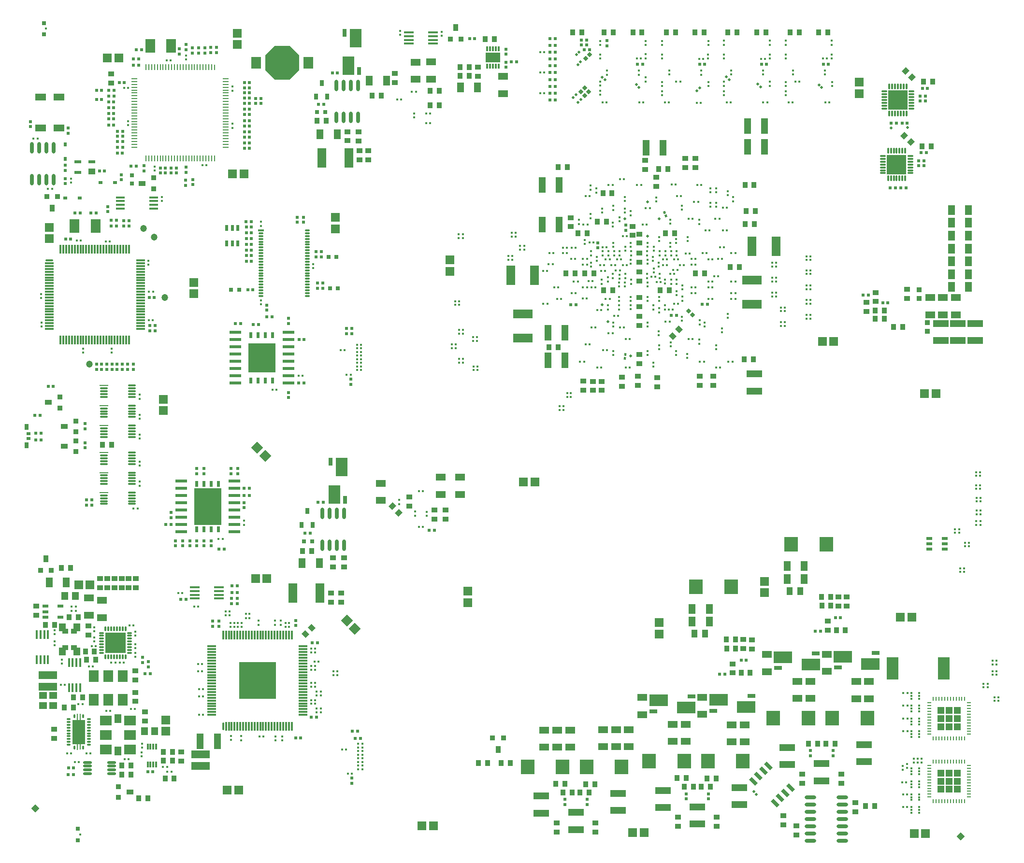
<source format=gtp>
%FSLAX44Y44*%
%MOMM*%
G71*
G01*
G75*
G04 Layer_Color=8421504*
%ADD10C,0.2032*%
%ADD11C,0.2540*%
%ADD12C,0.4572*%
%ADD13C,0.4000*%
%ADD14C,0.3048*%
%ADD15C,0.1300*%
%ADD16C,0.1600*%
%ADD17C,0.1016*%
%ADD18C,0.1750*%
%ADD19C,0.1524*%
%ADD20C,0.1750*%
%ADD21C,0.1500*%
%ADD22C,0.3810*%
%ADD23C,0.6350*%
%ADD24C,0.4064*%
%ADD25C,0.5080*%
%ADD26C,0.5000*%
%ADD27C,0.6604*%
%ADD28C,0.1727*%
%ADD29C,0.7620*%
%ADD30R,0.4500X0.4000*%
%ADD31R,1.8000X1.1500*%
%ADD32R,0.4000X0.4500*%
%ADD33R,1.0000X0.9000*%
%ADD34R,0.9000X1.0000*%
%ADD35R,3.1800X2.0300*%
%ADD36R,1.4000X0.7600*%
%ADD37R,0.6000X0.6000*%
%ADD38R,0.6000X0.6000*%
%ADD39R,3.2000X1.4000*%
%ADD40R,0.6200X0.6200*%
%ADD41R,0.9500X1.0000*%
%ADD42R,1.1500X1.8000*%
%ADD43R,1.8000X1.1500*%
%ADD44R,2.3500X2.5000*%
%ADD45R,2.7000X1.1500*%
%ADD46R,1.1500X1.8000*%
%ADD47R,1.1500X2.7000*%
%ADD48C,1.2000*%
%ADD49R,1.7000X2.4000*%
%ADD50R,0.6000X0.6200*%
%ADD51R,0.6200X0.6200*%
%ADD52R,1.3000X1.5450*%
%ADD53R,2.1500X1.7000*%
%ADD54R,1.1500X1.4500*%
%ADD55R,1.0000X0.9500*%
%ADD56P,0.8485X4X90.0*%
%ADD57R,2.0000X4.0000*%
G04:AMPARAMS|DCode=58|XSize=0.45mm|YSize=0.4mm|CornerRadius=0mm|HoleSize=0mm|Usage=FLASHONLY|Rotation=315.000|XOffset=0mm|YOffset=0mm|HoleType=Round|Shape=Rectangle|*
%AMROTATEDRECTD58*
4,1,4,-0.3005,0.0177,-0.0177,0.3005,0.3005,-0.0177,0.0177,-0.3005,-0.3005,0.0177,0.0*
%
%ADD58ROTATEDRECTD58*%

%ADD59R,0.9500X0.9500*%
%ADD60P,6.4944X8X202.5*%
%ADD61R,1.7780X2.0320*%
%ADD62R,1.7000X0.4800*%
%ADD63R,1.2000X0.4800*%
%ADD64R,3.1000X0.4800*%
%ADD65R,1.3250X0.4800*%
%ADD66R,1.5750X0.4800*%
%ADD67R,1.0500X1.4000*%
%ADD68R,0.8000X0.6000*%
%ADD69R,1.5000X3.5000*%
%ADD70R,0.6200X0.6000*%
%ADD71R,1.0000X0.8500*%
%ADD72R,0.8500X1.0000*%
%ADD73C,1.0000*%
%ADD74P,1.4142X4X360.0*%
G04:AMPARAMS|DCode=75|XSize=0.45mm|YSize=0.4mm|CornerRadius=0mm|HoleSize=0mm|Usage=FLASHONLY|Rotation=225.000|XOffset=0mm|YOffset=0mm|HoleType=Round|Shape=Rectangle|*
%AMROTATEDRECTD75*
4,1,4,0.0177,0.3005,0.3005,0.0177,-0.0177,-0.3005,-0.3005,-0.0177,0.0177,0.3005,0.0*
%
%ADD75ROTATEDRECTD75*%

G04:AMPARAMS|DCode=76|XSize=0.45mm|YSize=0.4mm|CornerRadius=0mm|HoleSize=0mm|Usage=FLASHONLY|Rotation=80.000|XOffset=0mm|YOffset=0mm|HoleType=Round|Shape=Rectangle|*
%AMROTATEDRECTD76*
4,1,4,0.1579,-0.2563,-0.2360,-0.1868,-0.1579,0.2563,0.2360,0.1868,0.1579,-0.2563,0.0*
%
%ADD76ROTATEDRECTD76*%

G04:AMPARAMS|DCode=77|XSize=0.45mm|YSize=0.4mm|CornerRadius=0mm|HoleSize=0mm|Usage=FLASHONLY|Rotation=290.000|XOffset=0mm|YOffset=0mm|HoleType=Round|Shape=Rectangle|*
%AMROTATEDRECTD77*
4,1,4,-0.2649,0.1430,0.1110,0.2798,0.2649,-0.1430,-0.1110,-0.2798,-0.2649,0.1430,0.0*
%
%ADD77ROTATEDRECTD77*%

%ADD78R,1.9000X1.3000*%
G04:AMPARAMS|DCode=79|XSize=1mm|YSize=0.95mm|CornerRadius=0mm|HoleSize=0mm|Usage=FLASHONLY|Rotation=135.000|XOffset=0mm|YOffset=0mm|HoleType=Round|Shape=Rectangle|*
%AMROTATEDRECTD79*
4,1,4,0.6894,-0.0177,0.0177,-0.6894,-0.6894,0.0177,-0.0177,0.6894,0.6894,-0.0177,0.0*
%
%ADD79ROTATEDRECTD79*%

%ADD80R,0.9500X1.0000*%
%ADD81R,2.0300X3.1800*%
%ADD82R,0.7600X1.4000*%
%ADD83P,0.8485X4X360.0*%
G04:AMPARAMS|DCode=84|XSize=0.95mm|YSize=1mm|CornerRadius=0mm|HoleSize=0mm|Usage=FLASHONLY|Rotation=315.000|XOffset=0mm|YOffset=0mm|HoleType=Round|Shape=Rectangle|*
%AMROTATEDRECTD84*
4,1,4,-0.6894,-0.0177,0.0177,0.6894,0.6894,0.0177,-0.0177,-0.6894,-0.6894,-0.0177,0.0*
%
%ADD84ROTATEDRECTD84*%

%ADD85R,0.6000X0.8000*%
G04:AMPARAMS|DCode=86|XSize=0.95mm|YSize=1mm|CornerRadius=0mm|HoleSize=0mm|Usage=FLASHONLY|Rotation=225.000|XOffset=0mm|YOffset=0mm|HoleType=Round|Shape=Rectangle|*
%AMROTATEDRECTD86*
4,1,4,-0.0177,0.6894,0.6894,-0.0177,0.0177,-0.6894,-0.6894,0.0177,-0.0177,0.6894,0.0*
%
%ADD86ROTATEDRECTD86*%

%ADD87R,3.3500X3.3500*%
%ADD88O,0.3000X1.0500*%
%ADD89O,1.0500X0.3000*%
%ADD90R,1.2700X0.9144*%
%ADD91R,0.9144X0.9144*%
%ADD92R,1.7780X0.4064*%
%ADD93R,0.3000X1.0000*%
%ADD94R,3.4000X1.6000*%
%ADD95R,1.6000X3.4000*%
%ADD96R,0.6500X0.5000*%
%ADD97R,0.8000X1.0000*%
%ADD98O,1.5000X0.2700*%
%ADD99R,1.5000X0.2700*%
%ADD100R,1.3000X1.0000*%
%ADD101R,1.3000X0.6000*%
%ADD102R,0.9144X1.2700*%
%ADD103R,0.9144X0.9144*%
%ADD104O,0.6096X2.0320*%
%ADD105R,0.3000X0.8500*%
%ADD106R,2.5000X1.7500*%
%ADD107R,2.3000X4.3000*%
%ADD108O,0.3000X0.8000*%
%ADD109O,0.8000X0.3000*%
%ADD110O,1.5500X0.4500*%
%ADD111R,0.4500X0.3000*%
%ADD112R,1.5000X0.4500*%
%ADD113R,0.7620X0.7620*%
%ADD114R,0.6000X1.0500*%
%ADD115O,1.0000X0.3000*%
%ADD116R,1.0000X0.3000*%
%ADD117R,0.7000X0.2500*%
%ADD118R,0.2500X0.7000*%
%ADD119R,4.2000X4.2000*%
G04:AMPARAMS|DCode=120|XSize=0.6mm|YSize=1.55mm|CornerRadius=0mm|HoleSize=0mm|Usage=FLASHONLY|Rotation=225.000|XOffset=0mm|YOffset=0mm|HoleType=Round|Shape=Rectangle|*
%AMROTATEDRECTD120*
4,1,4,-0.3359,0.7601,0.7601,-0.3359,0.3359,-0.7601,-0.7601,0.3359,-0.3359,0.7601,0.0*
%
%ADD120ROTATEDRECTD120*%

%ADD121R,4.8000X5.1600*%
%ADD122R,0.5500X1.0000*%
%ADD123R,6.5000X6.5000*%
%ADD124R,1.5000X0.3000*%
%ADD125R,0.3000X1.5000*%
%ADD126O,0.3000X1.5000*%
%ADD127R,0.6500X1.0500*%
%ADD128O,2.0320X0.6096*%
%ADD129R,1.0500X0.6000*%
%ADD130R,1.0160X0.2500*%
%ADD131R,0.2500X1.0160*%
%ADD132O,0.2500X1.0160*%
%ADD133R,2.0000X0.6000*%
%ADD134R,0.7620X0.7620*%
%ADD135O,0.9000X0.3000*%
%ADD136O,0.3000X0.9000*%
%ADD137R,3.5500X3.5500*%
%ADD138R,1.1000X0.6000*%
%ADD139R,0.4500X1.5000*%
%ADD140R,1.8000X2.0000*%
%ADD141O,1.5000X0.3000*%
%ADD142R,0.7000X0.8000*%
%ADD143R,0.4000X0.4000*%
%ADD144R,1.4500X1.1500*%
%ADD145R,4.8000X6.4000*%
%ADD146R,1.5000X1.5000*%
%ADD147R,1.5000X1.5000*%
%ADD148P,2.1213X4X180.0*%
%ADD149C,0.5000*%
%ADD150R,1.2500X1.3500*%
%ADD151R,1.1000X0.9000*%
%ADD152C,0.1270*%
%ADD153C,1.0000*%
%ADD154C,0.3556*%
%ADD155C,0.1778*%
%ADD156R,0.2500X1.1500*%
%ADD157C,2.0000*%
%ADD158C,5.0000*%
%ADD159C,1.5000*%
%ADD160C,1.8000*%
%ADD161C,6.0000*%
%ADD162C,3.2000*%
%ADD163O,11.0000X2.0000*%
%ADD164C,0.8000*%
%ADD165O,2.7000X1.7000*%
%ADD166O,1.5000X1.0000*%
%ADD167C,0.6000*%
%ADD168C,2.1000*%
%ADD169C,0.4000*%
%ADD170C,0.4500*%
%ADD171C,0.4572*%
%ADD172C,0.1300*%
%ADD173C,0.1650*%
%ADD174R,2.0000X0.4800*%
%ADD175R,0.9000X0.4800*%
%ADD176R,1.8500X3.4000*%
%ADD177R,1.4000X3.2000*%
%ADD178R,0.9500X0.9500*%
%ADD179R,2.5000X2.3500*%
%ADD180R,2.0000X1.5000*%
%ADD181R,2.7900X2.9200*%
%ADD182R,7.6200X3.1800*%
%ADD183R,1.2500X1.8500*%
%ADD184R,0.9500X0.5500*%
%ADD185P,1.4142X4X270.0*%
%ADD186R,2.5500X2.5500*%
G04:AMPARAMS|DCode=187|XSize=1.1mm|YSize=2.2mm|CornerRadius=0mm|HoleSize=0mm|Usage=FLASHONLY|Rotation=135.000|XOffset=0mm|YOffset=0mm|HoleType=Round|Shape=Rectangle|*
%AMROTATEDRECTD187*
4,1,4,1.1667,0.3889,-0.3889,-1.1667,-1.1667,-0.3889,0.3889,1.1667,1.1667,0.3889,0.0*
%
%ADD187ROTATEDRECTD187*%

G04:AMPARAMS|DCode=188|XSize=1mm|YSize=1.1mm|CornerRadius=0mm|HoleSize=0mm|Usage=FLASHONLY|Rotation=135.000|XOffset=0mm|YOffset=0mm|HoleType=Round|Shape=Rectangle|*
%AMROTATEDRECTD188*
4,1,4,0.7425,0.0354,-0.0354,-0.7425,-0.7425,-0.0354,0.0354,0.7425,0.7425,0.0354,0.0*
%
%ADD188ROTATEDRECTD188*%

%ADD189R,2.2000X1.1000*%
%ADD190R,1.1000X1.0000*%
%ADD191R,3.1500X1.0200*%
%ADD192C,0.3048*%
%ADD193R,1.5000X2.3000*%
%ADD194R,0.7000X0.3500*%
%ADD195C,0.6400*%
%ADD196R,0.6000X1.5500*%
%ADD197O,0.3000X0.9000*%
%ADD198R,5.4800X3.2400*%
%ADD199R,1.5500X0.6000*%
%ADD200R,3.5000X0.9000*%
%ADD201R,2.4000X0.9000*%
%ADD202R,1.0000X1.3000*%
%ADD203R,0.6000X1.3000*%
%ADD204C,0.2500*%
%ADD205C,0.2000*%
%ADD206C,0.1000*%
%ADD207C,0.6000*%
%ADD208C,0.0508*%
%ADD209C,0.1519*%
%ADD210R,0.2500X1.0250*%
%ADD211R,1.2192X1.1938*%
%ADD212R,1.2000X1.2000*%
G36*
X314700Y585050D02*
X300700D01*
Y607050D01*
X314700Y607050D01*
Y585050D01*
D02*
G37*
G36*
X335300D02*
X321300D01*
Y607050D01*
X335300D01*
Y585050D01*
D02*
G37*
G36*
X314700Y556450D02*
X300700D01*
Y578450D01*
X314700Y578450D01*
Y556450D01*
D02*
G37*
G36*
X335300D02*
X321300D01*
Y578450D01*
X335300D01*
Y556450D01*
D02*
G37*
G36*
X409700Y845839D02*
X395700D01*
Y867839D01*
X409700D01*
Y845839D01*
D02*
G37*
G36*
X430300D02*
X416300D01*
Y867839D01*
X430300D01*
Y845839D01*
D02*
G37*
G36*
X409700Y817239D02*
X395700D01*
Y839239D01*
X409700D01*
Y817239D01*
D02*
G37*
G36*
X430300D02*
X416300D01*
Y839239D01*
X430300D01*
Y817239D01*
D02*
G37*
D30*
X1367250Y943750D02*
D03*
X1374250D02*
D03*
X310250Y216500D02*
D03*
X303250D02*
D03*
X308250Y293250D02*
D03*
X301250D02*
D03*
X310250Y261500D02*
D03*
X303250D02*
D03*
X409006Y178446D02*
D03*
X416006D02*
D03*
X582000Y127750D02*
D03*
X589000D02*
D03*
X582000Y121250D02*
D03*
X589000D02*
D03*
X582000Y165548D02*
D03*
X589000D02*
D03*
X582000Y159048D02*
D03*
X589000D02*
D03*
X582000Y140250D02*
D03*
X589000D02*
D03*
X582000Y134000D02*
D03*
X589000Y134000D02*
D03*
X582000Y152750D02*
D03*
X589000D02*
D03*
X582000Y146250D02*
D03*
X589000D02*
D03*
X579750Y827250D02*
D03*
X586750D02*
D03*
X579750Y820750D02*
D03*
X586750D02*
D03*
X516250Y227250D02*
D03*
X509250D02*
D03*
X579750Y865604D02*
D03*
X586750D02*
D03*
X516250Y220750D02*
D03*
X509250D02*
D03*
X579750Y859000D02*
D03*
X586750D02*
D03*
X506250Y242250D02*
D03*
X499250D02*
D03*
X579750Y840048D02*
D03*
X586750Y840048D02*
D03*
X506250Y235750D02*
D03*
X499250D02*
D03*
X579750Y833548D02*
D03*
X586750Y833548D02*
D03*
X506250Y272250D02*
D03*
X499250D02*
D03*
X579750Y852750D02*
D03*
X586750Y852750D02*
D03*
X506250Y265750D02*
D03*
X499250D02*
D03*
X579750Y846250D02*
D03*
X586750D02*
D03*
X516250Y257250D02*
D03*
X509250D02*
D03*
X516250Y250750D02*
D03*
X509250D02*
D03*
X506250Y302298D02*
D03*
X499250D02*
D03*
X506250Y295798D02*
D03*
X499250D02*
D03*
X506250Y332250D02*
D03*
X499250D02*
D03*
X506250Y325750D02*
D03*
X499250D02*
D03*
X214750Y908500D02*
D03*
X221750D02*
D03*
X146750Y1046750D02*
D03*
X139750D02*
D03*
X215250Y958250D02*
D03*
X222250D02*
D03*
X95500Y1047750D02*
D03*
X88500D02*
D03*
X1291500Y1290500D02*
D03*
X1298500D02*
D03*
X484500Y810589D02*
D03*
X477500D02*
D03*
X982564Y965828D02*
D03*
X975564D02*
D03*
X962500Y955750D02*
D03*
X955500D02*
D03*
X1045564Y1055828D02*
D03*
X1052564D02*
D03*
X1016750Y1036000D02*
D03*
X1009750D02*
D03*
X947500Y1035750D02*
D03*
X940500D02*
D03*
X917000Y1025750D02*
D03*
X924000D02*
D03*
X1242564Y955828D02*
D03*
X1235564D02*
D03*
X947500Y1025750D02*
D03*
X940500D02*
D03*
X1212564Y985828D02*
D03*
X1205564D02*
D03*
X1165564Y1015828D02*
D03*
X1172564D02*
D03*
X1202500Y1015000D02*
D03*
X1195500D02*
D03*
X966500Y975750D02*
D03*
X959500D02*
D03*
X1222500Y1036500D02*
D03*
X1215500D02*
D03*
X1111750Y975250D02*
D03*
X1104750D02*
D03*
X1162500Y1025000D02*
D03*
X1155500Y1025000D02*
D03*
X1672000Y597000D02*
D03*
X1665000D02*
D03*
X1672250Y568250D02*
D03*
X1665250D02*
D03*
X1672250Y574500D02*
D03*
X1665250D02*
D03*
X1671250Y635500D02*
D03*
X1664250D02*
D03*
X1671250Y641750D02*
D03*
X1664250D02*
D03*
X1671250Y612500D02*
D03*
X1664250D02*
D03*
X1671250Y618750D02*
D03*
X1664250D02*
D03*
X1307250Y1002250D02*
D03*
X1314250D02*
D03*
X1307250Y1008750D02*
D03*
X1314250D02*
D03*
X1322250Y930750D02*
D03*
X1329250D02*
D03*
X1367250Y989250D02*
D03*
X1374250D02*
D03*
X1367250Y995750D02*
D03*
X1374250D02*
D03*
X1307250Y976250D02*
D03*
X1314250D02*
D03*
X1307250Y982750D02*
D03*
X1314250D02*
D03*
X1367250Y1014000D02*
D03*
X1374250D02*
D03*
X1367250Y1020500D02*
D03*
X1374250D02*
D03*
X758750Y941750D02*
D03*
X751750D02*
D03*
X758750Y935250D02*
D03*
X751750D02*
D03*
X857750Y1055000D02*
D03*
X850750D02*
D03*
X857750Y1061500D02*
D03*
X850750D02*
D03*
X790150Y878350D02*
D03*
X783150D02*
D03*
X790150Y871850D02*
D03*
X783150D02*
D03*
X872500Y1038500D02*
D03*
X865500D02*
D03*
X872500Y1032000D02*
D03*
X865500D02*
D03*
X765000Y1052500D02*
D03*
X758000D02*
D03*
X765000Y1059000D02*
D03*
X758000D02*
D03*
X790750Y827500D02*
D03*
X783750Y827500D02*
D03*
X790750Y821000D02*
D03*
X783750D02*
D03*
X851750Y1020750D02*
D03*
X844750D02*
D03*
X851750Y1014250D02*
D03*
X844750D02*
D03*
X752550Y865650D02*
D03*
X745550D02*
D03*
X752550Y859150D02*
D03*
X745550D02*
D03*
X765250Y891050D02*
D03*
X758250D02*
D03*
X765250Y884550D02*
D03*
X758250D02*
D03*
X765250Y840250D02*
D03*
X758250D02*
D03*
X765250Y833750D02*
D03*
X758250D02*
D03*
X676000Y1308750D02*
D03*
X683000D02*
D03*
X650250Y1295500D02*
D03*
X657250D02*
D03*
X708000Y1254000D02*
D03*
X701000D02*
D03*
X708000Y1271000D02*
D03*
X701000D02*
D03*
X178750Y1316000D02*
D03*
X171750D02*
D03*
X309000Y1180500D02*
D03*
X316000D02*
D03*
X246500Y1363500D02*
D03*
X253500D02*
D03*
X1125750Y926750D02*
D03*
X1132750D02*
D03*
X1135500Y936750D02*
D03*
X1142500D02*
D03*
X985500Y976750D02*
D03*
X992500D02*
D03*
X1022564Y945828D02*
D03*
X1015564D02*
D03*
X1145500Y1005000D02*
D03*
X1152500D02*
D03*
X1537000Y232500D02*
D03*
X1544000D02*
D03*
X1543750Y54750D02*
D03*
X1536750D02*
D03*
X1541750Y98250D02*
D03*
X1534750Y98250D02*
D03*
X1544000Y210000D02*
D03*
X1537000Y210000D02*
D03*
X1544000Y255000D02*
D03*
X1537000D02*
D03*
X1074250Y1290370D02*
D03*
X1081250D02*
D03*
X1010250D02*
D03*
X1017250D02*
D03*
X1400000Y1290250D02*
D03*
X1407000D02*
D03*
X1336000Y1290500D02*
D03*
X1343000D02*
D03*
X1354750Y1326750D02*
D03*
X1347750D02*
D03*
X900750Y1306370D02*
D03*
X907750Y1306370D02*
D03*
X900750Y1378370D02*
D03*
X907750Y1378370D02*
D03*
X900750Y1342370D02*
D03*
X907750D02*
D03*
X1403000Y1367000D02*
D03*
X1396000D02*
D03*
X1077250Y1366870D02*
D03*
X1070250D02*
D03*
X1294500Y1366750D02*
D03*
X1287500D02*
D03*
X1186340Y1366630D02*
D03*
X1179340D02*
D03*
X1146090Y1326630D02*
D03*
X1139090D02*
D03*
X1227500Y1290500D02*
D03*
X1234500D02*
D03*
X1119340Y1290380D02*
D03*
X1126340D02*
D03*
X1175340Y1289630D02*
D03*
X1182340D02*
D03*
X1190500Y1065750D02*
D03*
X1197500D02*
D03*
X1085750Y1105000D02*
D03*
X1092750D02*
D03*
X976500Y1075750D02*
D03*
X983500D02*
D03*
X1543750Y77250D02*
D03*
X1536750D02*
D03*
X1544000Y187500D02*
D03*
X1537000D02*
D03*
X112500Y148750D02*
D03*
X105500D02*
D03*
X72000Y148500D02*
D03*
X79000D02*
D03*
X179750Y139000D02*
D03*
X172750Y139000D02*
D03*
X545500Y286000D02*
D03*
X538500D02*
D03*
X545500Y292500D02*
D03*
X538500D02*
D03*
X551250Y856000D02*
D03*
X558250D02*
D03*
X553500Y156000D02*
D03*
X560500D02*
D03*
X561750Y812750D02*
D03*
X568750D02*
D03*
X563750Y113000D02*
D03*
X570750D02*
D03*
X92250Y133500D02*
D03*
X85250D02*
D03*
X122250Y337250D02*
D03*
X115250D02*
D03*
X80000Y399000D02*
D03*
X87000D02*
D03*
Y406500D02*
D03*
X80000D02*
D03*
X91750Y235500D02*
D03*
X98750D02*
D03*
X147500Y223100D02*
D03*
X140500Y223100D02*
D03*
X190500Y226750D02*
D03*
X183500D02*
D03*
X188000Y373500D02*
D03*
X181000D02*
D03*
X171250Y308250D02*
D03*
X164250D02*
D03*
X156250D02*
D03*
X149250Y308250D02*
D03*
X110000Y301250D02*
D03*
X117000D02*
D03*
X1322250Y924250D02*
D03*
X1329250D02*
D03*
X38500Y1138750D02*
D03*
X45500D02*
D03*
X13000Y1227000D02*
D03*
X20000D02*
D03*
X1022500Y1015000D02*
D03*
X1015500D02*
D03*
X1012500Y1005000D02*
D03*
X1005500D02*
D03*
X1115500Y1015000D02*
D03*
X1122500D02*
D03*
X990500Y965750D02*
D03*
X997500D02*
D03*
X1102500Y985000D02*
D03*
X1095500D02*
D03*
X1135500Y1015000D02*
D03*
X1142500D02*
D03*
X310250Y249000D02*
D03*
X303250D02*
D03*
X308250Y305250D02*
D03*
X301250D02*
D03*
X505250Y310000D02*
D03*
X512250D02*
D03*
X915500Y1006750D02*
D03*
X922500D02*
D03*
X1212064Y1015828D02*
D03*
X1219064D02*
D03*
X954750Y1015500D02*
D03*
X961750D02*
D03*
X982564Y1005828D02*
D03*
X975564D02*
D03*
X962500Y1035750D02*
D03*
X955500D02*
D03*
X987250Y1045000D02*
D03*
X994250D02*
D03*
X195250Y578000D02*
D03*
X188250Y578000D02*
D03*
X1672000Y590750D02*
D03*
X1665000D02*
D03*
X1322250Y904750D02*
D03*
X1329250D02*
D03*
X1367250Y917750D02*
D03*
X1374250Y917750D02*
D03*
X1322250Y898250D02*
D03*
X1329250D02*
D03*
X1367250Y911250D02*
D03*
X1374250D02*
D03*
X1307250Y956750D02*
D03*
X1314250D02*
D03*
X1367250Y969000D02*
D03*
X1374250Y969000D02*
D03*
X1307250Y950250D02*
D03*
X1314250D02*
D03*
X1367250Y962500D02*
D03*
X1374250Y962500D02*
D03*
X1367250Y937250D02*
D03*
X1374250D02*
D03*
X1140500Y1125750D02*
D03*
X1147500D02*
D03*
X1160500Y1086000D02*
D03*
X1167500D02*
D03*
X1214750D02*
D03*
X1207750D02*
D03*
X1176000Y1145828D02*
D03*
X1183000D02*
D03*
X1170500Y1115750D02*
D03*
X1177500D02*
D03*
X1220500Y1065750D02*
D03*
X1227500D02*
D03*
X1227500Y1105750D02*
D03*
X1220500D02*
D03*
X1167500Y875750D02*
D03*
X1160500D02*
D03*
X1037500Y915750D02*
D03*
X1030500D02*
D03*
X1057500Y875750D02*
D03*
X1050500D02*
D03*
X1027500Y885750D02*
D03*
X1020500D02*
D03*
X1120500Y905750D02*
D03*
X1127500D02*
D03*
X1230500Y835750D02*
D03*
X1237500D02*
D03*
X1216064Y825828D02*
D03*
X1209064D02*
D03*
X1187500Y835750D02*
D03*
X1180500D02*
D03*
X987500Y1125750D02*
D03*
X980500D02*
D03*
X1027500Y1145750D02*
D03*
X1020500D02*
D03*
X1007500Y925750D02*
D03*
X1000500D02*
D03*
X1070500Y1145750D02*
D03*
X1077500Y1145750D02*
D03*
X997500Y895750D02*
D03*
X990500Y895750D02*
D03*
X1017500Y855750D02*
D03*
X1010500D02*
D03*
X1080500Y1075750D02*
D03*
X1087500D02*
D03*
X1007500Y825750D02*
D03*
X1000500Y825750D02*
D03*
X1040500Y1155750D02*
D03*
X1047500D02*
D03*
X987500Y865750D02*
D03*
X980500Y865750D02*
D03*
X977500Y835750D02*
D03*
X970500D02*
D03*
X1050500Y825750D02*
D03*
X1057500D02*
D03*
X1040500Y895750D02*
D03*
X1047500D02*
D03*
X1137750Y1146000D02*
D03*
X1130750D02*
D03*
X1202564Y945828D02*
D03*
X1195564D02*
D03*
X905750Y994750D02*
D03*
X912750D02*
D03*
X906250Y936750D02*
D03*
X913250D02*
D03*
X1242564Y945828D02*
D03*
X1235564D02*
D03*
X1242564Y1025828D02*
D03*
X1235564D02*
D03*
X932500Y966250D02*
D03*
X925500D02*
D03*
X930500Y945500D02*
D03*
X937500D02*
D03*
X1242564Y975828D02*
D03*
X1235564D02*
D03*
X1202564D02*
D03*
X1195564D02*
D03*
X1165564Y955828D02*
D03*
X1172564Y955828D02*
D03*
X982564Y1015828D02*
D03*
X975564D02*
D03*
X982500Y946500D02*
D03*
X975500Y946500D02*
D03*
X1165564Y1005828D02*
D03*
X1172564D02*
D03*
X1185500Y1025750D02*
D03*
X1192500Y1025750D02*
D03*
X1202564Y965828D02*
D03*
X1195564D02*
D03*
X1165564Y965828D02*
D03*
X1172564D02*
D03*
X688250Y545750D02*
D03*
X695250D02*
D03*
X695500Y609000D02*
D03*
X688500D02*
D03*
X1032500Y1005000D02*
D03*
X1025500D02*
D03*
X1042500Y1015000D02*
D03*
X1035500D02*
D03*
X1040250Y995750D02*
D03*
X1033250D02*
D03*
X1052500Y1005000D02*
D03*
X1045500D02*
D03*
X1141000Y996750D02*
D03*
X1134000D02*
D03*
X1007500Y995000D02*
D03*
X1014500D02*
D03*
X1135500Y990000D02*
D03*
X1128500D02*
D03*
X1122500Y1005000D02*
D03*
X1115500D02*
D03*
X67750Y269250D02*
D03*
X60750D02*
D03*
X247000Y125250D02*
D03*
X240000D02*
D03*
X254500Y116750D02*
D03*
X247500D02*
D03*
X294750Y406250D02*
D03*
X301750D02*
D03*
X273746Y429996D02*
D03*
X266746D02*
D03*
X1684500Y264500D02*
D03*
X1677500D02*
D03*
X1684500Y271000D02*
D03*
X1677500D02*
D03*
X1703411Y247500D02*
D03*
X1696411D02*
D03*
X1703411Y241048D02*
D03*
X1696411D02*
D03*
X1693250Y304750D02*
D03*
X1700250D02*
D03*
X1693250Y311250D02*
D03*
X1700250D02*
D03*
X1693250Y293000D02*
D03*
X1700250D02*
D03*
X1693250Y286750D02*
D03*
X1700250D02*
D03*
X1636500Y467500D02*
D03*
X1643500D02*
D03*
X1636500Y473500D02*
D03*
X1643500D02*
D03*
X1645000Y518250D02*
D03*
X1652000D02*
D03*
X1645000Y512250D02*
D03*
X1652000D02*
D03*
X1627500Y542000D02*
D03*
X1634500D02*
D03*
X1627500Y535500D02*
D03*
X1634500D02*
D03*
X1664750Y549500D02*
D03*
X1671750D02*
D03*
X1664750Y555750D02*
D03*
X1671750D02*
D03*
X337250Y525000D02*
D03*
X344250D02*
D03*
X431750Y786339D02*
D03*
X438750D02*
D03*
D31*
X1011200Y190500D02*
D03*
Y160500D02*
D03*
X1056200Y190500D02*
D03*
Y160500D02*
D03*
X1033700Y190496D02*
D03*
Y160496D02*
D03*
X907950Y189750D02*
D03*
Y159750D02*
D03*
X952950Y189746D02*
D03*
Y159746D02*
D03*
X930450Y189742D02*
D03*
Y159742D02*
D03*
X1402750Y322746D02*
D03*
Y292746D02*
D03*
X1454250Y274750D02*
D03*
Y244750D02*
D03*
X1476750Y274750D02*
D03*
Y244750D02*
D03*
X709500Y1331004D02*
D03*
Y1361004D02*
D03*
X1373750Y275246D02*
D03*
Y245246D02*
D03*
X1351250Y275242D02*
D03*
Y245242D02*
D03*
X1298000Y322246D02*
D03*
Y292246D02*
D03*
X1133250Y199742D02*
D03*
Y169742D02*
D03*
X1155750Y199746D02*
D03*
Y169746D02*
D03*
X1079750Y246750D02*
D03*
Y216750D02*
D03*
X1258750Y199250D02*
D03*
Y169250D02*
D03*
X1236250Y199246D02*
D03*
Y169246D02*
D03*
X1184750Y247246D02*
D03*
Y217246D02*
D03*
X682500Y1330754D02*
D03*
Y1360754D02*
D03*
X1628750Y917750D02*
D03*
Y947750D02*
D03*
X1583750Y917750D02*
D03*
Y947750D02*
D03*
X1606250Y917750D02*
D03*
X1606250Y947750D02*
D03*
X621750Y592500D02*
D03*
Y622500D02*
D03*
X760000Y603004D02*
D03*
Y633004D02*
D03*
X726750Y603000D02*
D03*
Y633000D02*
D03*
D32*
X1555250Y139500D02*
D03*
Y132500D02*
D03*
X1562250Y139500D02*
D03*
Y132500D02*
D03*
X1569250Y139500D02*
D03*
Y132500D02*
D03*
X448500Y178500D02*
D03*
Y171500D02*
D03*
X358750Y179500D02*
D03*
Y172500D02*
D03*
X407000Y374500D02*
D03*
Y381500D02*
D03*
X446250Y374500D02*
D03*
Y381500D02*
D03*
X358250Y370500D02*
D03*
Y377500D02*
D03*
X150250Y858250D02*
D03*
X150250Y851250D02*
D03*
X214000Y1012750D02*
D03*
X214000Y1005750D02*
D03*
X26750Y897000D02*
D03*
Y904000D02*
D03*
X26500Y947250D02*
D03*
Y954250D02*
D03*
X100250Y858250D02*
D03*
Y851250D02*
D03*
X1331250Y1319000D02*
D03*
Y1326000D02*
D03*
X1291000Y1339000D02*
D03*
Y1346000D02*
D03*
X1029000Y1037250D02*
D03*
Y1044250D02*
D03*
X1039000Y927250D02*
D03*
Y934250D02*
D03*
X1119000Y927250D02*
D03*
Y934250D02*
D03*
X1019000Y927250D02*
D03*
Y934250D02*
D03*
X1109064Y942328D02*
D03*
Y949328D02*
D03*
X1039064Y942328D02*
D03*
Y949328D02*
D03*
X1039000Y974250D02*
D03*
Y967250D02*
D03*
X1119064Y979328D02*
D03*
Y972328D02*
D03*
X1019000Y983500D02*
D03*
Y976500D02*
D03*
X1089000Y974250D02*
D03*
Y967250D02*
D03*
X1049000Y974250D02*
D03*
Y967250D02*
D03*
X1059064Y942328D02*
D03*
Y949328D02*
D03*
X1089064Y942328D02*
D03*
Y949328D02*
D03*
X1140000Y972250D02*
D03*
Y979250D02*
D03*
X1109750Y1029250D02*
D03*
Y1022250D02*
D03*
X1098250Y1012250D02*
D03*
Y1019250D02*
D03*
X1130000Y1029250D02*
D03*
Y1022250D02*
D03*
X1000000Y1012250D02*
D03*
Y1019250D02*
D03*
X1010000Y1022250D02*
D03*
Y1029250D02*
D03*
X1149750Y942500D02*
D03*
X1149750Y949500D02*
D03*
X1140000Y1022250D02*
D03*
X1140000Y1029250D02*
D03*
Y952250D02*
D03*
Y959250D02*
D03*
X680250Y1271000D02*
D03*
Y1264000D02*
D03*
X361750Y1252750D02*
D03*
Y1245750D02*
D03*
X361500Y1310750D02*
D03*
Y1317750D02*
D03*
X225000Y1178000D02*
D03*
Y1171000D02*
D03*
X179000Y1250500D02*
D03*
Y1257500D02*
D03*
X280250Y1365500D02*
D03*
Y1372500D02*
D03*
X1129000Y1037250D02*
D03*
Y1044250D02*
D03*
X1099000Y927250D02*
D03*
Y934250D02*
D03*
X1059000Y1037250D02*
D03*
Y1044250D02*
D03*
Y928000D02*
D03*
Y935000D02*
D03*
X1109000Y1054000D02*
D03*
Y1047000D02*
D03*
X990000Y1022250D02*
D03*
Y1029250D02*
D03*
Y1002250D02*
D03*
Y1009250D02*
D03*
X1089000Y1007250D02*
D03*
Y1014250D02*
D03*
X1030000Y1022250D02*
D03*
Y1029250D02*
D03*
X1150000Y962250D02*
D03*
Y969250D02*
D03*
X1050000Y1037250D02*
D03*
Y1030250D02*
D03*
X1028250Y989250D02*
D03*
Y982250D02*
D03*
X1060000Y1029250D02*
D03*
Y1022250D02*
D03*
X1543500Y123250D02*
D03*
X1543500Y130250D02*
D03*
X503250Y1007000D02*
D03*
Y1000000D02*
D03*
X411750Y1080886D02*
D03*
Y1073886D02*
D03*
Y936500D02*
D03*
Y943500D02*
D03*
X1005500Y1303370D02*
D03*
Y1310370D02*
D03*
X1073750Y1338870D02*
D03*
Y1345870D02*
D03*
X1085750Y1367620D02*
D03*
Y1374620D02*
D03*
X1005500Y1367120D02*
D03*
Y1374120D02*
D03*
X1085750Y1326870D02*
D03*
Y1333870D02*
D03*
Y1398120D02*
D03*
Y1391120D02*
D03*
X1017750Y1338870D02*
D03*
Y1345870D02*
D03*
X1331250Y1398250D02*
D03*
Y1391250D02*
D03*
Y1367250D02*
D03*
Y1374250D02*
D03*
X1399500Y1339250D02*
D03*
Y1346250D02*
D03*
X1411500Y1398250D02*
D03*
Y1391250D02*
D03*
X1412250Y1319000D02*
D03*
Y1326000D02*
D03*
X1411500Y1367250D02*
D03*
X1411500Y1374250D02*
D03*
X1343750Y1339000D02*
D03*
Y1346000D02*
D03*
X1331250Y1303000D02*
D03*
Y1310000D02*
D03*
X1239000Y1124000D02*
D03*
Y1117000D02*
D03*
X1005500Y1319620D02*
D03*
Y1326620D02*
D03*
X1222750Y1319250D02*
D03*
Y1326250D02*
D03*
X1114590Y1318880D02*
D03*
Y1325880D02*
D03*
X1005500Y1397620D02*
D03*
Y1390620D02*
D03*
X1194840Y1367130D02*
D03*
Y1374130D02*
D03*
X1195090Y1318880D02*
D03*
Y1325880D02*
D03*
X1303000Y1319250D02*
D03*
Y1326250D02*
D03*
X1222750Y1302750D02*
D03*
Y1309750D02*
D03*
Y1398250D02*
D03*
Y1391250D02*
D03*
X1114590Y1398130D02*
D03*
Y1391130D02*
D03*
X1126840Y1339130D02*
D03*
Y1346130D02*
D03*
X1195090Y1398130D02*
D03*
Y1391130D02*
D03*
X1222750Y1367250D02*
D03*
Y1374250D02*
D03*
X1235000Y1339000D02*
D03*
Y1346000D02*
D03*
X1114590Y1302880D02*
D03*
Y1309880D02*
D03*
X1182840Y1338880D02*
D03*
Y1345880D02*
D03*
X1114590Y1367130D02*
D03*
Y1374130D02*
D03*
X1303000Y1367250D02*
D03*
Y1374250D02*
D03*
Y1398250D02*
D03*
Y1391250D02*
D03*
X1209064Y1132328D02*
D03*
Y1139328D02*
D03*
X1199064Y1132328D02*
D03*
Y1139328D02*
D03*
X1179000Y1077250D02*
D03*
Y1084250D02*
D03*
X1158250Y849000D02*
D03*
Y842000D02*
D03*
X1129750Y862250D02*
D03*
Y869250D02*
D03*
X1180000Y908000D02*
D03*
Y901000D02*
D03*
X1108250Y882250D02*
D03*
Y889250D02*
D03*
X999250Y1132250D02*
D03*
X999250Y1139250D02*
D03*
X1049000Y1104250D02*
D03*
Y1097250D02*
D03*
X1029064Y1108750D02*
D03*
Y1101750D02*
D03*
X237750Y1117250D02*
D03*
Y1124250D02*
D03*
X1536250Y120250D02*
D03*
Y127250D02*
D03*
X1029000Y897250D02*
D03*
Y904250D02*
D03*
X461000Y370500D02*
D03*
Y377500D02*
D03*
X454500Y370500D02*
D03*
Y377500D02*
D03*
X391500Y386250D02*
D03*
Y393250D02*
D03*
X385000Y386250D02*
D03*
Y393250D02*
D03*
X349750Y390750D02*
D03*
Y397750D02*
D03*
X954500Y780500D02*
D03*
Y773500D02*
D03*
X356250Y390750D02*
D03*
Y397750D02*
D03*
X948000Y780500D02*
D03*
Y773500D02*
D03*
X371048Y370500D02*
D03*
Y377500D02*
D03*
X941500Y758000D02*
D03*
Y751000D02*
D03*
X364548Y370500D02*
D03*
Y377500D02*
D03*
X935000Y758000D02*
D03*
Y751000D02*
D03*
X50000Y357750D02*
D03*
Y364750D02*
D03*
X62500Y313000D02*
D03*
Y306000D02*
D03*
X191250Y355250D02*
D03*
Y362250D02*
D03*
X119000Y352250D02*
D03*
Y345250D02*
D03*
X191250Y318250D02*
D03*
Y325250D02*
D03*
X119250Y363000D02*
D03*
Y370000D02*
D03*
X191250Y333250D02*
D03*
Y340250D02*
D03*
X728000Y1414250D02*
D03*
Y1407250D02*
D03*
X655000Y1415500D02*
D03*
Y1408500D02*
D03*
X1008250Y979250D02*
D03*
Y972250D02*
D03*
X1099750Y1037250D02*
D03*
Y1030250D02*
D03*
X1120000Y1022250D02*
D03*
Y1029250D02*
D03*
X1108250Y1002250D02*
D03*
Y1009250D02*
D03*
X1088250Y1022250D02*
D03*
Y1029250D02*
D03*
X1110000Y989250D02*
D03*
Y982250D02*
D03*
X1040000Y988250D02*
D03*
Y981250D02*
D03*
Y1029250D02*
D03*
Y1022250D02*
D03*
X1130000Y979250D02*
D03*
Y972250D02*
D03*
X1059750Y972250D02*
D03*
Y979250D02*
D03*
X1059000Y1014250D02*
D03*
Y1007250D02*
D03*
X1020000Y1029250D02*
D03*
Y1022250D02*
D03*
X436250Y381500D02*
D03*
Y374500D02*
D03*
X377250Y377500D02*
D03*
Y370500D02*
D03*
X376750Y172000D02*
D03*
Y179000D02*
D03*
X436500Y171750D02*
D03*
Y178750D02*
D03*
X1088250Y982250D02*
D03*
Y989250D02*
D03*
X1050000Y982250D02*
D03*
Y989250D02*
D03*
X198750Y625250D02*
D03*
X198750Y618250D02*
D03*
X198750Y660250D02*
D03*
Y653250D02*
D03*
X198750Y707750D02*
D03*
X198750Y700750D02*
D03*
X199000Y742750D02*
D03*
Y735750D02*
D03*
X198750Y777750D02*
D03*
Y770750D02*
D03*
X1149064Y1109328D02*
D03*
Y1102328D02*
D03*
X1229000Y1127500D02*
D03*
Y1134500D02*
D03*
X1159000Y1047250D02*
D03*
Y1054250D02*
D03*
X1179000Y874250D02*
D03*
Y867250D02*
D03*
X1219000Y894250D02*
D03*
Y887250D02*
D03*
X1149000Y914250D02*
D03*
Y907250D02*
D03*
X1089000Y904250D02*
D03*
Y897250D02*
D03*
X1189000Y904250D02*
D03*
Y897250D02*
D03*
X1089000Y847250D02*
D03*
Y854250D02*
D03*
X1109064Y929328D02*
D03*
Y922328D02*
D03*
X1109000Y864250D02*
D03*
Y857250D02*
D03*
X1099000Y834250D02*
D03*
Y827250D02*
D03*
X1209000Y864250D02*
D03*
Y857250D02*
D03*
X1229064Y919328D02*
D03*
Y912328D02*
D03*
X1139000Y854250D02*
D03*
Y847250D02*
D03*
X989000Y1137250D02*
D03*
Y1144250D02*
D03*
X979064Y1042328D02*
D03*
Y1049328D02*
D03*
X1009000Y1097250D02*
D03*
X1009000Y1104250D02*
D03*
X1129000Y1084500D02*
D03*
Y1077500D02*
D03*
X989000Y1094250D02*
D03*
Y1087250D02*
D03*
X1028250Y1079750D02*
D03*
Y1072750D02*
D03*
X1059064Y1099328D02*
D03*
Y1092328D02*
D03*
X1103750Y1123500D02*
D03*
Y1116500D02*
D03*
X1049000Y1117250D02*
D03*
Y1124250D02*
D03*
X1029000Y854250D02*
D03*
Y847250D02*
D03*
X1039500Y1082000D02*
D03*
Y1089000D02*
D03*
X969000Y1077250D02*
D03*
Y1084250D02*
D03*
X702250Y565250D02*
D03*
Y572250D02*
D03*
X653500Y586000D02*
D03*
Y593000D02*
D03*
X681500Y572750D02*
D03*
Y565750D02*
D03*
X1089000Y1037250D02*
D03*
Y1044250D02*
D03*
X1138500Y1051000D02*
D03*
Y1044000D02*
D03*
X1100000Y999250D02*
D03*
Y992250D02*
D03*
X1209000Y1107250D02*
D03*
Y1114250D02*
D03*
X1199000Y1107250D02*
D03*
Y1114250D02*
D03*
X50000Y345750D02*
D03*
Y338750D02*
D03*
X202750Y143750D02*
D03*
Y150750D02*
D03*
X78750Y1149500D02*
D03*
Y1156500D02*
D03*
X381750Y549750D02*
D03*
Y556750D02*
D03*
X203500Y158750D02*
D03*
Y165750D02*
D03*
D33*
X791250Y1351750D02*
D03*
Y1335750D02*
D03*
X1327000Y23500D02*
D03*
Y39500D02*
D03*
X1452750Y62750D02*
D03*
Y46750D02*
D03*
X1349500Y5750D02*
D03*
Y21750D02*
D03*
X1428000Y112750D02*
D03*
Y96750D02*
D03*
X179750Y439000D02*
D03*
Y455000D02*
D03*
X192250Y439000D02*
D03*
Y455000D02*
D03*
X142250Y439000D02*
D03*
X142250Y455000D02*
D03*
X154750Y439000D02*
D03*
Y455000D02*
D03*
X167250Y439000D02*
D03*
Y455000D02*
D03*
X49000Y175000D02*
D03*
Y191000D02*
D03*
X191250Y294000D02*
D03*
Y278000D02*
D03*
Y256000D02*
D03*
Y240000D02*
D03*
X129750Y439000D02*
D03*
Y455000D02*
D03*
X1438045Y423245D02*
D03*
X1438045Y407245D02*
D03*
X997450Y27250D02*
D03*
Y11250D02*
D03*
X1360000Y112750D02*
D03*
Y96750D02*
D03*
X1142000Y37250D02*
D03*
Y21250D02*
D03*
X1210000Y37250D02*
D03*
Y21250D02*
D03*
X1271278Y348161D02*
D03*
X1271278Y332161D02*
D03*
X149000Y1324250D02*
D03*
Y1340250D02*
D03*
X1488750Y957000D02*
D03*
Y941000D02*
D03*
X1472500Y939750D02*
D03*
Y923750D02*
D03*
X1256278Y348411D02*
D03*
X1256278Y332411D02*
D03*
X1423045Y423495D02*
D03*
X1423045Y407495D02*
D03*
X271500Y151750D02*
D03*
Y135750D02*
D03*
D34*
X1486750Y57000D02*
D03*
X1470750Y57000D02*
D03*
X1401000Y166250D02*
D03*
X1417000D02*
D03*
X1387000D02*
D03*
X1371000D02*
D03*
X122250Y312750D02*
D03*
X106250Y312750D02*
D03*
X119750Y327750D02*
D03*
X103750D02*
D03*
X67000Y229000D02*
D03*
X83000D02*
D03*
X183750Y127500D02*
D03*
X167750D02*
D03*
X62000Y473750D02*
D03*
X78000D02*
D03*
X49750Y374500D02*
D03*
X33750D02*
D03*
X99000Y246750D02*
D03*
X83000D02*
D03*
X525750Y1258000D02*
D03*
X509750D02*
D03*
X500250Y503750D02*
D03*
X484250D02*
D03*
X927950Y96000D02*
D03*
X943950D02*
D03*
X986450Y80750D02*
D03*
X970450D02*
D03*
X980450Y94500D02*
D03*
X996450D02*
D03*
X1393795Y423495D02*
D03*
X1409795Y423495D02*
D03*
X1435445Y364995D02*
D03*
X1419444D02*
D03*
X1227028Y348411D02*
D03*
X1243028Y348411D02*
D03*
X1268678Y289911D02*
D03*
X1252678Y289911D02*
D03*
X832000Y132250D02*
D03*
X848000D02*
D03*
X776500Y1352000D02*
D03*
X760500D02*
D03*
X1153000Y90750D02*
D03*
X1169000D02*
D03*
X1156500Y106000D02*
D03*
X1140500D02*
D03*
X1199000Y90750D02*
D03*
X1183000D02*
D03*
X1193000Y104500D02*
D03*
X1209000D02*
D03*
X792250Y131750D02*
D03*
X808250D02*
D03*
X1488000Y925000D02*
D03*
X1504000D02*
D03*
X1488000Y911000D02*
D03*
X1504000D02*
D03*
X184000Y112000D02*
D03*
X168000Y112000D02*
D03*
X197500Y70500D02*
D03*
X213500D02*
D03*
X256500Y136250D02*
D03*
X240500D02*
D03*
X256500Y151500D02*
D03*
X240500D02*
D03*
X259500Y105250D02*
D03*
X243500D02*
D03*
D35*
X1479500Y305750D02*
D03*
X1431000Y318250D02*
D03*
X1374750Y305000D02*
D03*
X1326250Y317500D02*
D03*
X1156750Y229500D02*
D03*
X1108250Y242000D02*
D03*
X1261500Y230250D02*
D03*
X1213000Y242750D02*
D03*
D36*
X1488500Y324750D02*
D03*
X1422000Y299250D02*
D03*
X1383750Y324000D02*
D03*
X1317250Y298500D02*
D03*
X1165750Y248500D02*
D03*
X1099250Y223000D02*
D03*
X1270500Y249250D02*
D03*
X1204000Y223750D02*
D03*
D37*
X580500Y187500D02*
D03*
X571500D02*
D03*
X585750Y175000D02*
D03*
X576750Y175000D02*
D03*
X183750Y1178750D02*
D03*
X192750D02*
D03*
X226000Y899250D02*
D03*
X217000Y899250D02*
D03*
X226000Y890000D02*
D03*
X217000D02*
D03*
X477750Y798089D02*
D03*
X486750D02*
D03*
X407250Y901089D02*
D03*
X398250D02*
D03*
X487250Y874089D02*
D03*
X478250D02*
D03*
X366500Y902589D02*
D03*
X375500D02*
D03*
X706500Y539750D02*
D03*
X715500D02*
D03*
X158377Y1083500D02*
D03*
X149377D02*
D03*
X382500Y1324750D02*
D03*
X391500D02*
D03*
X382500Y1315750D02*
D03*
X391500D02*
D03*
X382500Y1306750D02*
D03*
X391500D02*
D03*
X382500Y1297500D02*
D03*
X391500D02*
D03*
X382500Y1288250D02*
D03*
X391500D02*
D03*
X382500Y1278250D02*
D03*
X391500D02*
D03*
X382500Y1268750D02*
D03*
X391500D02*
D03*
X382500Y1258250D02*
D03*
X391500D02*
D03*
X382500Y1248500D02*
D03*
X391500D02*
D03*
X153749Y1311000D02*
D03*
X144749D02*
D03*
X153750Y1301000D02*
D03*
X144750D02*
D03*
X411500Y1297250D02*
D03*
X402500D02*
D03*
X411250Y1288250D02*
D03*
X402250D02*
D03*
X545500Y1341750D02*
D03*
X536500D02*
D03*
X520500Y589250D02*
D03*
X511500D02*
D03*
X512500Y1286500D02*
D03*
X521500D02*
D03*
X488750Y535250D02*
D03*
X497750D02*
D03*
X1418045Y386745D02*
D03*
X1427045D02*
D03*
X224750Y948250D02*
D03*
X215750D02*
D03*
X123250Y1295250D02*
D03*
X132250D02*
D03*
X123500Y1311500D02*
D03*
X132500D02*
D03*
X1252778Y312661D02*
D03*
X1261778Y312661D02*
D03*
X172250Y1324750D02*
D03*
X163250D02*
D03*
X149127Y1073500D02*
D03*
X158127D02*
D03*
X481250Y176250D02*
D03*
X472250D02*
D03*
X510500Y343000D02*
D03*
X501500D02*
D03*
X508500Y212000D02*
D03*
X499500D02*
D03*
X106250Y583750D02*
D03*
X115250D02*
D03*
X382500Y1210000D02*
D03*
X391500D02*
D03*
X382500Y1219250D02*
D03*
X391500D02*
D03*
X382500Y1229000D02*
D03*
X391500D02*
D03*
X382500Y1238500D02*
D03*
X391500D02*
D03*
X144500Y1261250D02*
D03*
X153500D02*
D03*
X144500Y1270750D02*
D03*
X153500D02*
D03*
X144500Y1281000D02*
D03*
X153500D02*
D03*
X144500Y1290750D02*
D03*
X153500D02*
D03*
X394882Y1071478D02*
D03*
X385882D02*
D03*
X394882Y1061478D02*
D03*
X385882D02*
D03*
X394882Y1051478D02*
D03*
X385882D02*
D03*
X394882Y1041478D02*
D03*
X385882D02*
D03*
X394882Y1031478D02*
D03*
X385882D02*
D03*
X394882Y1021478D02*
D03*
X385882D02*
D03*
X517382Y1028978D02*
D03*
X508382D02*
D03*
X517382Y1018978D02*
D03*
X508382D02*
D03*
X394882Y1011478D02*
D03*
X385882D02*
D03*
X519882Y973978D02*
D03*
X510882D02*
D03*
X519882Y963978D02*
D03*
X510882D02*
D03*
X388196Y961772D02*
D03*
X397196D02*
D03*
X1180090Y1357380D02*
D03*
X1189090D02*
D03*
X1396750Y1357250D02*
D03*
X1405750D02*
D03*
X159750Y1201000D02*
D03*
X168750D02*
D03*
X421750Y914250D02*
D03*
X430750D02*
D03*
X1071000Y1357370D02*
D03*
X1080000D02*
D03*
X1288250Y1357500D02*
D03*
X1297250D02*
D03*
X197000Y1366750D02*
D03*
X188000Y1366750D02*
D03*
X197250Y1355500D02*
D03*
X188250D02*
D03*
X169000Y1211500D02*
D03*
X160000D02*
D03*
X169000Y1221250D02*
D03*
X160000D02*
D03*
X169000Y1239750D02*
D03*
X160000D02*
D03*
X144500Y1250750D02*
D03*
X153500D02*
D03*
X169000Y1230750D02*
D03*
X160000D02*
D03*
X917750Y1354370D02*
D03*
X926750Y1354370D02*
D03*
X917750Y1366370D02*
D03*
X926750D02*
D03*
X978000Y1382370D02*
D03*
X987000Y1382370D02*
D03*
X917750Y1378370D02*
D03*
X926750Y1378370D02*
D03*
X973000Y1390870D02*
D03*
X982000Y1390870D02*
D03*
X973000Y1399370D02*
D03*
X982000D02*
D03*
X917750Y1402370D02*
D03*
X926750D02*
D03*
X917750Y1390370D02*
D03*
X926750D02*
D03*
X917750Y1318370D02*
D03*
X926750D02*
D03*
X917750Y1342370D02*
D03*
X926750D02*
D03*
X917750Y1330370D02*
D03*
X926750Y1330370D02*
D03*
X917750Y1294370D02*
D03*
X926750Y1294370D02*
D03*
X917750Y1306370D02*
D03*
X926750D02*
D03*
X786000Y1401750D02*
D03*
X777000D02*
D03*
X82750Y111500D02*
D03*
X73750Y111500D02*
D03*
X385632Y1081478D02*
D03*
X394632D02*
D03*
X1184500Y936000D02*
D03*
X1193500D02*
D03*
X1139250Y916750D02*
D03*
X1130250D02*
D03*
X106250Y593250D02*
D03*
X115250D02*
D03*
X137277Y1170027D02*
D03*
X128277D02*
D03*
X1532750Y1140250D02*
D03*
X1541750D02*
D03*
X1522750D02*
D03*
X1513750Y1140250D02*
D03*
X17316Y698048D02*
D03*
X26316D02*
D03*
X17062Y709986D02*
D03*
X26062D02*
D03*
X15174Y741736D02*
D03*
X24174D02*
D03*
X38542Y792028D02*
D03*
X47542D02*
D03*
X1573146Y1188092D02*
D03*
X1564146D02*
D03*
X1573146Y1179592D02*
D03*
X1564146D02*
D03*
X859000Y1361000D02*
D03*
X850000D02*
D03*
X1391795Y363245D02*
D03*
X1382795D02*
D03*
X1224278Y287911D02*
D03*
X1215278Y287911D02*
D03*
X83250Y123500D02*
D03*
X74250Y123500D02*
D03*
X963500Y935500D02*
D03*
X954500D02*
D03*
X1515789Y1253571D02*
D03*
X1524789D02*
D03*
X1543789D02*
D03*
X1534789D02*
D03*
X361000Y442750D02*
D03*
X370000D02*
D03*
X361000Y431250D02*
D03*
X370000D02*
D03*
X213000Y116750D02*
D03*
X222000D02*
D03*
X280000Y419250D02*
D03*
X271000D02*
D03*
X382000Y601000D02*
D03*
X391000D02*
D03*
X337750Y507000D02*
D03*
X346750D02*
D03*
X254000Y550000D02*
D03*
X245000D02*
D03*
X382000Y613500D02*
D03*
X391000D02*
D03*
X217250Y288750D02*
D03*
X208250D02*
D03*
X1575250Y1301500D02*
D03*
X1566250D02*
D03*
X1575250Y1292500D02*
D03*
X1566250D02*
D03*
D38*
X561750Y894000D02*
D03*
Y885000D02*
D03*
X570750Y894000D02*
D03*
Y885000D02*
D03*
X475250Y1089000D02*
D03*
Y1080000D02*
D03*
X123250Y831250D02*
D03*
Y822250D02*
D03*
X132250Y831250D02*
D03*
Y822250D02*
D03*
X141500Y831250D02*
D03*
X141500Y822250D02*
D03*
X150500Y831250D02*
D03*
Y822250D02*
D03*
X279750Y1144500D02*
D03*
Y1153500D02*
D03*
X188000Y822000D02*
D03*
Y831000D02*
D03*
X177750Y822000D02*
D03*
X177750Y831000D02*
D03*
X168500Y822000D02*
D03*
Y831000D02*
D03*
X1017500Y1389620D02*
D03*
Y1398620D02*
D03*
X1050750Y1066000D02*
D03*
Y1075000D02*
D03*
X1002000Y1035000D02*
D03*
X1002000Y1044000D02*
D03*
X166580Y1163500D02*
D03*
Y1154500D02*
D03*
X459500Y911839D02*
D03*
Y902839D02*
D03*
X370000Y420750D02*
D03*
Y411750D02*
D03*
X323750Y1386750D02*
D03*
Y1377750D02*
D03*
X333750Y1386750D02*
D03*
Y1377750D02*
D03*
X313500Y1385750D02*
D03*
Y1376750D02*
D03*
X206500Y1170000D02*
D03*
Y1179000D02*
D03*
X291750Y1155000D02*
D03*
Y1146000D02*
D03*
X180750Y1082500D02*
D03*
Y1073500D02*
D03*
X170750Y1082500D02*
D03*
X170750Y1073500D02*
D03*
X143000Y1107500D02*
D03*
X143000Y1098500D02*
D03*
X291500Y1385500D02*
D03*
Y1376500D02*
D03*
X302250Y1385750D02*
D03*
Y1376750D02*
D03*
X280000Y1176750D02*
D03*
Y1167750D02*
D03*
X360000Y420750D02*
D03*
Y411750D02*
D03*
X337500Y380500D02*
D03*
Y371500D02*
D03*
X326500Y380750D02*
D03*
Y371750D02*
D03*
X472250Y382000D02*
D03*
Y373000D02*
D03*
X235000Y1166250D02*
D03*
Y1175250D02*
D03*
X263500Y1166250D02*
D03*
Y1175250D02*
D03*
X421750Y925750D02*
D03*
Y934750D02*
D03*
X486000Y1089000D02*
D03*
Y1080000D02*
D03*
X244250Y1175500D02*
D03*
Y1166500D02*
D03*
X254000Y1175500D02*
D03*
Y1166500D02*
D03*
X159500Y822000D02*
D03*
X159500Y831000D02*
D03*
X68750Y1156750D02*
D03*
Y1147750D02*
D03*
X103168Y684730D02*
D03*
Y693730D02*
D03*
Y718186D02*
D03*
Y727186D02*
D03*
X68750Y1170750D02*
D03*
Y1179750D02*
D03*
X459500Y781589D02*
D03*
Y772589D02*
D03*
X203750Y317250D02*
D03*
Y308250D02*
D03*
X214500Y309500D02*
D03*
Y300500D02*
D03*
X371000Y648250D02*
D03*
Y639250D02*
D03*
X311750D02*
D03*
Y648250D02*
D03*
X286750Y521750D02*
D03*
Y512750D02*
D03*
X311750Y521750D02*
D03*
Y512750D02*
D03*
X382000Y579500D02*
D03*
Y588500D02*
D03*
X324250Y521750D02*
D03*
Y512750D02*
D03*
X274250Y521750D02*
D03*
Y512750D02*
D03*
X261750Y521750D02*
D03*
Y512750D02*
D03*
X299250Y639250D02*
D03*
Y648250D02*
D03*
X254000Y562500D02*
D03*
X254000Y571500D02*
D03*
X299250Y521750D02*
D03*
Y512750D02*
D03*
X358750Y648250D02*
D03*
Y639250D02*
D03*
D39*
X38250Y285750D02*
D03*
Y265750D02*
D03*
X305250Y127000D02*
D03*
X305250Y147000D02*
D03*
D40*
X840750Y1383750D02*
D03*
Y1374750D02*
D03*
X982962Y68206D02*
D03*
Y59206D02*
D03*
X943962Y68206D02*
D03*
Y59206D02*
D03*
X1413512Y153706D02*
D03*
Y144706D02*
D03*
X841000Y1351750D02*
D03*
Y1360750D02*
D03*
X268250Y1384000D02*
D03*
X268250Y1375000D02*
D03*
X1374512Y153706D02*
D03*
Y144706D02*
D03*
X1156512Y78206D02*
D03*
Y69206D02*
D03*
X1195512Y78206D02*
D03*
Y69206D02*
D03*
X8000Y1247750D02*
D03*
X8000Y1256750D02*
D03*
X73500Y1236250D02*
D03*
X73500Y1245250D02*
D03*
D41*
X760000Y1336500D02*
D03*
X776000D02*
D03*
X820750Y1400750D02*
D03*
X804750D02*
D03*
X75750Y387999D02*
D03*
X91750D02*
D03*
X995000Y990750D02*
D03*
X979000D02*
D03*
X962064Y990828D02*
D03*
X946064D02*
D03*
X1173000Y990750D02*
D03*
X1189000D02*
D03*
X723750Y1284750D02*
D03*
X707750D02*
D03*
X724000Y1310500D02*
D03*
X708000D02*
D03*
X606250Y1301750D02*
D03*
X622250D02*
D03*
X1063000Y1413120D02*
D03*
X1079000D02*
D03*
X1243278Y332661D02*
D03*
X1227278D02*
D03*
X1172090Y1413130D02*
D03*
X1188090D02*
D03*
X1410045Y407745D02*
D03*
X1394045Y407745D02*
D03*
X973250Y1412620D02*
D03*
X957250D02*
D03*
X1245750Y1413250D02*
D03*
X1229750D02*
D03*
X1354250D02*
D03*
X1338250D02*
D03*
X1028500Y1413120D02*
D03*
X1012500D02*
D03*
X1137590Y1413130D02*
D03*
X1121590D02*
D03*
X1280250Y1413250D02*
D03*
X1296250D02*
D03*
X1535750Y896500D02*
D03*
X1519750D02*
D03*
X1388750Y1413250D02*
D03*
X1404750D02*
D03*
X1011500Y960750D02*
D03*
X1027500D02*
D03*
X1126500D02*
D03*
X1110500D02*
D03*
X1249500Y1001500D02*
D03*
X1233500D02*
D03*
X1570000Y1213250D02*
D03*
X1586000D02*
D03*
X1277750Y1099750D02*
D03*
X1261750D02*
D03*
X1275750Y1076750D02*
D03*
X1259750D02*
D03*
X1275500Y1145250D02*
D03*
X1259500D02*
D03*
X1120500Y1060750D02*
D03*
X1136500D02*
D03*
X1274500Y839500D02*
D03*
X1258500D02*
D03*
X916064Y860828D02*
D03*
X932064Y860828D02*
D03*
X1108250Y1173000D02*
D03*
X1124250Y1173000D02*
D03*
X967000Y1060750D02*
D03*
X983000D02*
D03*
X932000Y1177000D02*
D03*
X948000D02*
D03*
X1010500Y1131000D02*
D03*
X1026500D02*
D03*
X1017000Y1081500D02*
D03*
X1001000D02*
D03*
X1588039Y1326571D02*
D03*
X1572039D02*
D03*
D42*
X791000Y1316500D02*
D03*
X761000D02*
D03*
X40250Y448250D02*
D03*
X70250D02*
D03*
D43*
X835500Y1305750D02*
D03*
Y1335750D02*
D03*
X133000Y387250D02*
D03*
Y417250D02*
D03*
X109750Y391250D02*
D03*
Y421250D02*
D03*
D44*
X981950Y125500D02*
D03*
X1043450D02*
D03*
X878700D02*
D03*
X940200D02*
D03*
X1412500Y211000D02*
D03*
X1474000D02*
D03*
X1173778Y440661D02*
D03*
X1235278D02*
D03*
X1340544Y515745D02*
D03*
X1402045D02*
D03*
X1309250Y211000D02*
D03*
X1370750D02*
D03*
X1194500Y135500D02*
D03*
X1256000D02*
D03*
X1091250D02*
D03*
X1152750D02*
D03*
D45*
X1037200Y48750D02*
D03*
Y78750D02*
D03*
X963200Y45250D02*
D03*
Y15250D02*
D03*
X902950Y44000D02*
D03*
Y74000D02*
D03*
X1393750Y130750D02*
D03*
Y100750D02*
D03*
X1333500Y129500D02*
D03*
Y159500D02*
D03*
X1467750Y134250D02*
D03*
Y164250D02*
D03*
X1175750Y55250D02*
D03*
Y25250D02*
D03*
X1115500Y54000D02*
D03*
Y84000D02*
D03*
X1249750Y58750D02*
D03*
Y88750D02*
D03*
X1632500Y872750D02*
D03*
X1632500Y902750D02*
D03*
X1602500D02*
D03*
Y872750D02*
D03*
X1662500Y902750D02*
D03*
X1662500Y872750D02*
D03*
X1276250Y784250D02*
D03*
Y814250D02*
D03*
D46*
X1333549Y454745D02*
D03*
X1363548Y454745D02*
D03*
X545000Y1234750D02*
D03*
X515000D02*
D03*
X631246Y1328000D02*
D03*
X601246D02*
D03*
X1166782Y402161D02*
D03*
X1196782Y402161D02*
D03*
X1166782Y379661D02*
D03*
X1196782Y379661D02*
D03*
X1333548Y477245D02*
D03*
X1363549D02*
D03*
X1651000Y1101500D02*
D03*
X1621000D02*
D03*
X1651000Y966500D02*
D03*
X1621000Y966500D02*
D03*
X1621000Y1056500D02*
D03*
X1651000D02*
D03*
X1621000Y1034000D02*
D03*
X1651000Y1034000D02*
D03*
X1621000Y1079000D02*
D03*
X1651000Y1079000D02*
D03*
X1621000Y1011500D02*
D03*
X1651000D02*
D03*
X1621000Y989000D02*
D03*
X1651000D02*
D03*
X513750Y482250D02*
D03*
X483750D02*
D03*
D47*
X335000Y169750D02*
D03*
X305000D02*
D03*
X1293750Y1249000D02*
D03*
X1263750Y1249000D02*
D03*
X1293750Y1212000D02*
D03*
X1263750Y1212000D02*
D03*
X904000Y1145250D02*
D03*
X934000D02*
D03*
X1086250Y1211000D02*
D03*
X1116250D02*
D03*
X904064Y1075828D02*
D03*
X934064D02*
D03*
X914000Y838000D02*
D03*
X944000D02*
D03*
X914000Y886500D02*
D03*
X944000D02*
D03*
D48*
X111250Y831250D02*
D03*
X243000Y947750D02*
D03*
X224750Y1053750D02*
D03*
X205500Y1069500D02*
D03*
D49*
X121500Y1073750D02*
D03*
X84500D02*
D03*
X254250Y1389000D02*
D03*
X217250D02*
D03*
D50*
X69050Y1050500D02*
D03*
X78250D02*
D03*
D51*
X122750Y1096250D02*
D03*
X113750D02*
D03*
X85750Y1096250D02*
D03*
X94750D02*
D03*
X202000Y1382500D02*
D03*
X193000Y1382500D02*
D03*
X1466500Y952250D02*
D03*
X1475500D02*
D03*
X1500750Y938750D02*
D03*
X1509750D02*
D03*
X1568250Y1201750D02*
D03*
X1577250D02*
D03*
X1579289Y1315071D02*
D03*
X1570289D02*
D03*
D52*
X160750Y210000D02*
D03*
Y152950D02*
D03*
D53*
X181750Y206875D02*
D03*
Y181475D02*
D03*
X139750Y156075D02*
D03*
X181750D02*
D03*
X139750Y181475D02*
D03*
Y206875D02*
D03*
D54*
X86000Y425000D02*
D03*
X68000D02*
D03*
X207250Y187500D02*
D03*
X225250Y187500D02*
D03*
D55*
X18000Y391250D02*
D03*
Y407250D02*
D03*
X109500Y356500D02*
D03*
Y372500D02*
D03*
X208000Y221750D02*
D03*
X208000Y205750D02*
D03*
X645750Y1341000D02*
D03*
Y1325000D02*
D03*
X563000Y1223000D02*
D03*
Y1239000D02*
D03*
X582500Y1222750D02*
D03*
Y1238750D02*
D03*
X584250Y1189250D02*
D03*
Y1205250D02*
D03*
X599250Y1189250D02*
D03*
Y1205250D02*
D03*
X1237778Y305911D02*
D03*
X1237778Y289911D02*
D03*
X1404545Y380995D02*
D03*
X1404545Y364995D02*
D03*
X1074000Y976750D02*
D03*
Y992750D02*
D03*
Y948000D02*
D03*
Y932000D02*
D03*
Y899000D02*
D03*
Y915000D02*
D03*
X1074750Y1059500D02*
D03*
Y1043500D02*
D03*
X1074000Y1009750D02*
D03*
Y1025750D02*
D03*
X1155250Y1192250D02*
D03*
Y1176250D02*
D03*
X1172750Y1192250D02*
D03*
Y1176250D02*
D03*
X1074000Y848250D02*
D03*
X1074000Y832250D02*
D03*
X1180250Y793750D02*
D03*
X1180250Y809750D02*
D03*
X1105500Y791750D02*
D03*
Y807750D02*
D03*
X1044000Y792250D02*
D03*
X1044000Y808250D02*
D03*
X1071500Y794250D02*
D03*
Y810250D02*
D03*
X1204250Y794000D02*
D03*
Y810000D02*
D03*
X1104000Y1158750D02*
D03*
X1104000Y1142750D02*
D03*
X993250Y785250D02*
D03*
X993250Y801250D02*
D03*
X976000Y785750D02*
D03*
X976000Y801750D02*
D03*
X1085000Y1188500D02*
D03*
Y1172500D02*
D03*
X1062250Y1057000D02*
D03*
Y1073000D02*
D03*
X1008000Y785250D02*
D03*
Y801250D02*
D03*
X954000Y1088250D02*
D03*
Y1072250D02*
D03*
X534500Y414250D02*
D03*
X534500Y430250D02*
D03*
X552000Y414250D02*
D03*
Y430250D02*
D03*
X557250Y475750D02*
D03*
Y491750D02*
D03*
X537750Y475750D02*
D03*
Y491750D02*
D03*
X671000Y582250D02*
D03*
X671000Y598250D02*
D03*
X715500Y559750D02*
D03*
Y575750D02*
D03*
X735250Y559500D02*
D03*
Y575500D02*
D03*
D56*
X972136Y1309006D02*
D03*
X978500Y1315370D02*
D03*
X980636Y1367506D02*
D03*
X987000Y1373870D02*
D03*
X978886Y1302256D02*
D03*
X985250Y1308620D02*
D03*
D57*
X1518000Y298000D02*
D03*
X1608000D02*
D03*
D58*
X1279725Y76775D02*
D03*
X1274775Y81725D02*
D03*
X1073950Y1316420D02*
D03*
X1069000Y1321370D02*
D03*
X1009550Y1334569D02*
D03*
X1014500Y1329620D02*
D03*
X1393950Y1316050D02*
D03*
X1389000Y1321000D02*
D03*
X1286700Y1317050D02*
D03*
X1281750Y1322000D02*
D03*
X1226800Y1334950D02*
D03*
X1231750Y1330000D02*
D03*
D59*
X1579250Y903750D02*
D03*
Y888750D02*
D03*
X1565000Y946750D02*
D03*
Y961750D02*
D03*
D60*
X448750Y1360000D02*
D03*
D61*
X494470D02*
D03*
X403030D02*
D03*
D67*
X1189278Y358661D02*
D03*
X1171278Y358661D02*
D03*
X1356045Y433745D02*
D03*
X1338045D02*
D03*
D68*
X94000Y1122500D02*
D03*
X69000D02*
D03*
X155500Y1150000D02*
D03*
X130500D02*
D03*
D69*
X518200Y1192750D02*
D03*
X565500D02*
D03*
X467200Y430250D02*
D03*
X514500D02*
D03*
D70*
X280250Y1382500D02*
D03*
Y1391700D02*
D03*
X568750Y805250D02*
D03*
Y796050D02*
D03*
X570750Y105500D02*
D03*
Y96300D02*
D03*
D71*
X929450Y27250D02*
D03*
Y11250D02*
D03*
X1543750Y962500D02*
D03*
Y946500D02*
D03*
D72*
X956450Y80750D02*
D03*
X940450D02*
D03*
D74*
X1637500Y3000D02*
D03*
X16500Y52000D02*
D03*
D75*
X967300Y1290420D02*
D03*
X972250Y1295370D02*
D03*
X958800Y1298420D02*
D03*
X963750Y1303370D02*
D03*
X966550Y1356670D02*
D03*
X971500Y1361620D02*
D03*
X964025Y1373645D02*
D03*
X968975Y1378595D02*
D03*
X1179840Y1315380D02*
D03*
X1174891Y1310430D02*
D03*
D76*
X1049858Y848197D02*
D03*
X1048642Y841303D02*
D03*
D77*
X1120697Y1090961D02*
D03*
X1118303Y1097539D02*
D03*
D78*
X57250Y1245250D02*
D03*
Y1299860D02*
D03*
X25500Y1245250D02*
D03*
X25500Y1299860D02*
D03*
D79*
X500750Y369000D02*
D03*
X489436Y357686D02*
D03*
D80*
X149500Y689750D02*
D03*
X133500D02*
D03*
D81*
X564750Y1354250D02*
D03*
X577250Y1402750D02*
D03*
X540000Y602750D02*
D03*
X552500Y651250D02*
D03*
D82*
X583750Y1345250D02*
D03*
X558250Y1411750D02*
D03*
X559000Y593750D02*
D03*
X533500Y660250D02*
D03*
D83*
X1167250Y917750D02*
D03*
X1160886Y924114D02*
D03*
D84*
X1550000Y1220750D02*
D03*
X1538686Y1232064D02*
D03*
X652814Y570936D02*
D03*
X641500Y582250D02*
D03*
X1540726Y1345385D02*
D03*
X1552039Y1334071D02*
D03*
D85*
X69000Y1216250D02*
D03*
X69000Y1191250D02*
D03*
D86*
X1144157Y891907D02*
D03*
X1132843Y880593D02*
D03*
D87*
X1527289Y1294571D02*
D03*
X1525250Y1181250D02*
D03*
D88*
X1542289Y1270571D02*
D03*
X1537289D02*
D03*
X1532289D02*
D03*
X1527289D02*
D03*
X1522289D02*
D03*
X1517289D02*
D03*
X1512289D02*
D03*
Y1318571D02*
D03*
X1517289D02*
D03*
X1522289D02*
D03*
X1527289D02*
D03*
X1532289D02*
D03*
X1537289D02*
D03*
X1542289D02*
D03*
X1540250Y1205250D02*
D03*
X1535250D02*
D03*
X1530250Y1205250D02*
D03*
X1525250D02*
D03*
X1520250D02*
D03*
X1515250Y1205250D02*
D03*
X1510250D02*
D03*
Y1157250D02*
D03*
X1515250D02*
D03*
X1520250D02*
D03*
X1525250D02*
D03*
X1530250Y1157250D02*
D03*
X1535250Y1157250D02*
D03*
X1540250D02*
D03*
D89*
X1503289Y1279571D02*
D03*
Y1284571D02*
D03*
Y1289571D02*
D03*
Y1294571D02*
D03*
Y1299571D02*
D03*
Y1304571D02*
D03*
Y1309571D02*
D03*
X1551289D02*
D03*
Y1304571D02*
D03*
Y1299571D02*
D03*
Y1294571D02*
D03*
Y1289571D02*
D03*
Y1284571D02*
D03*
Y1279571D02*
D03*
X1549250Y1166250D02*
D03*
Y1171250D02*
D03*
Y1176250D02*
D03*
Y1181250D02*
D03*
Y1186250D02*
D03*
Y1191250D02*
D03*
Y1196250D02*
D03*
X1501250D02*
D03*
Y1191250D02*
D03*
Y1186250D02*
D03*
X1501250Y1181250D02*
D03*
Y1176250D02*
D03*
X1501250Y1171250D02*
D03*
Y1166250D02*
D03*
D90*
X182307Y80930D02*
D03*
X38906Y764088D02*
D03*
X66846Y722178D02*
D03*
X67100Y687380D02*
D03*
X203180Y1148402D02*
D03*
D91*
X161987Y71532D02*
D03*
Y90582D02*
D03*
X59226Y773486D02*
D03*
Y754436D02*
D03*
X87166Y731576D02*
D03*
Y712526D02*
D03*
X87420Y696778D02*
D03*
Y677728D02*
D03*
X223500Y1157800D02*
D03*
Y1138750D02*
D03*
D92*
X295849Y433511D02*
D03*
Y440011D02*
D03*
X338151D02*
D03*
X295849Y420509D02*
D03*
X338151Y427009D02*
D03*
Y420509D02*
D03*
X295849Y427009D02*
D03*
X338151Y433511D02*
D03*
X712901Y1399739D02*
D03*
X712901Y1393239D02*
D03*
X670599Y1393239D02*
D03*
X712901Y1412741D02*
D03*
X670599Y1406241D02*
D03*
Y1412741D02*
D03*
X712901Y1406241D02*
D03*
X670599Y1399739D02*
D03*
D93*
X213000Y129500D02*
D03*
X218000D02*
D03*
X223000D02*
D03*
X228000D02*
D03*
Y160500D02*
D03*
X223000D02*
D03*
X218000D02*
D03*
X213000D02*
D03*
D94*
X1271500Y978250D02*
D03*
Y936250D02*
D03*
X870750Y919250D02*
D03*
Y877250D02*
D03*
D95*
X891000Y987250D02*
D03*
X849000D02*
D03*
X1272000Y1037750D02*
D03*
X1314000D02*
D03*
D96*
X4250Y701000D02*
D03*
Y709000D02*
D03*
D97*
X1000Y689000D02*
D03*
Y721000D02*
D03*
D98*
X185250Y773750D02*
D03*
Y778750D02*
D03*
Y783750D02*
D03*
X185250Y788750D02*
D03*
Y793750D02*
D03*
X136250Y773750D02*
D03*
Y778750D02*
D03*
X136250Y783750D02*
D03*
Y788750D02*
D03*
X185250Y621250D02*
D03*
Y626250D02*
D03*
Y631250D02*
D03*
Y636250D02*
D03*
Y641250D02*
D03*
X136250Y621250D02*
D03*
Y626250D02*
D03*
Y631250D02*
D03*
Y636250D02*
D03*
X185257Y738732D02*
D03*
Y743732D02*
D03*
Y748732D02*
D03*
Y753732D02*
D03*
Y758732D02*
D03*
X136257Y738732D02*
D03*
Y743732D02*
D03*
Y748732D02*
D03*
X136257Y753732D02*
D03*
X185250Y586250D02*
D03*
Y591250D02*
D03*
Y596250D02*
D03*
Y601250D02*
D03*
Y606250D02*
D03*
X136250Y586250D02*
D03*
Y591250D02*
D03*
X136250Y596250D02*
D03*
Y601250D02*
D03*
X185250Y703750D02*
D03*
Y708750D02*
D03*
X185250Y713750D02*
D03*
Y718750D02*
D03*
Y723750D02*
D03*
X136250Y703750D02*
D03*
Y708750D02*
D03*
X136250Y713750D02*
D03*
X136250Y718750D02*
D03*
X185250Y656250D02*
D03*
Y661250D02*
D03*
Y666250D02*
D03*
X185250Y671250D02*
D03*
Y676250D02*
D03*
X136250Y656250D02*
D03*
Y661250D02*
D03*
Y666250D02*
D03*
Y671250D02*
D03*
D99*
Y793750D02*
D03*
X136250Y641250D02*
D03*
X136257Y758732D02*
D03*
X136250Y606250D02*
D03*
X136250Y723750D02*
D03*
Y676250D02*
D03*
D100*
X114750Y1169500D02*
D03*
D101*
Y1186500D02*
D03*
X90750D02*
D03*
Y1167500D02*
D03*
D102*
X752602Y1421820D02*
D03*
X826848Y155680D02*
D03*
X45750Y1104500D02*
D03*
X34852Y490320D02*
D03*
D103*
X762000Y1401500D02*
D03*
X742950D02*
D03*
X817450Y176000D02*
D03*
X836500D02*
D03*
X36352Y1124820D02*
D03*
X55402D02*
D03*
X44250Y470000D02*
D03*
X25200D02*
D03*
D104*
X48650Y1210500D02*
D03*
X10550Y1154620D02*
D03*
X48650Y1154620D02*
D03*
X10550Y1210500D02*
D03*
X23250D02*
D03*
X35950D02*
D03*
X23250Y1154620D02*
D03*
X35950Y1154620D02*
D03*
X556950Y570130D02*
D03*
X518850Y514250D02*
D03*
X556950D02*
D03*
X518850Y570130D02*
D03*
X531550D02*
D03*
X544250D02*
D03*
X531550Y514250D02*
D03*
X544250D02*
D03*
X581750Y1319500D02*
D03*
X543650Y1263620D02*
D03*
X581750D02*
D03*
X543650Y1319500D02*
D03*
X556350Y1319500D02*
D03*
X569050D02*
D03*
X556350Y1263620D02*
D03*
X569050D02*
D03*
D105*
X807750Y1384000D02*
D03*
X812750Y1384000D02*
D03*
X817750D02*
D03*
X822750D02*
D03*
X827750Y1384000D02*
D03*
Y1354000D02*
D03*
X822750Y1354000D02*
D03*
X817750D02*
D03*
X812750D02*
D03*
X807750Y1354000D02*
D03*
D106*
X817750Y1369000D02*
D03*
D107*
X92250Y186500D02*
D03*
D108*
X99750Y159000D02*
D03*
X84750Y159000D02*
D03*
Y214000D02*
D03*
X99750Y214000D02*
D03*
D109*
X74750Y164000D02*
D03*
X74750Y169000D02*
D03*
Y174000D02*
D03*
X74750Y179000D02*
D03*
Y184000D02*
D03*
Y189000D02*
D03*
X74750Y194000D02*
D03*
Y199000D02*
D03*
Y204000D02*
D03*
Y209000D02*
D03*
X109750Y209000D02*
D03*
Y204000D02*
D03*
Y199000D02*
D03*
Y194000D02*
D03*
Y189000D02*
D03*
Y184000D02*
D03*
Y179000D02*
D03*
Y174000D02*
D03*
Y169000D02*
D03*
Y164000D02*
D03*
D110*
X150000Y113750D02*
D03*
Y120250D02*
D03*
Y126750D02*
D03*
Y133250D02*
D03*
X107500Y113750D02*
D03*
X107500Y120250D02*
D03*
X107500Y126750D02*
D03*
X107500Y133250D02*
D03*
D111*
X1564750Y54750D02*
D03*
Y49750D02*
D03*
Y44750D02*
D03*
X1551250D02*
D03*
X1551250Y49750D02*
D03*
Y54750D02*
D03*
X1564750Y77250D02*
D03*
Y72250D02*
D03*
X1564750Y67250D02*
D03*
X1551250D02*
D03*
X1551250Y72250D02*
D03*
Y77250D02*
D03*
X1564750Y99750D02*
D03*
Y94750D02*
D03*
Y89750D02*
D03*
X1551250D02*
D03*
Y94750D02*
D03*
Y99750D02*
D03*
X1564750Y122250D02*
D03*
Y117250D02*
D03*
X1564750Y112250D02*
D03*
X1551250D02*
D03*
Y117250D02*
D03*
Y122250D02*
D03*
X1565000Y187500D02*
D03*
Y182500D02*
D03*
X1565000Y177500D02*
D03*
X1551500Y177500D02*
D03*
X1551500Y182500D02*
D03*
X1551500Y187500D02*
D03*
X1565000Y210000D02*
D03*
Y205000D02*
D03*
Y200000D02*
D03*
X1551500D02*
D03*
X1551500Y205000D02*
D03*
Y210000D02*
D03*
X1565000Y232500D02*
D03*
Y227500D02*
D03*
X1565000Y222500D02*
D03*
X1551500D02*
D03*
Y227500D02*
D03*
Y232500D02*
D03*
X1565000Y255000D02*
D03*
Y250000D02*
D03*
X1565000Y245000D02*
D03*
X1551500D02*
D03*
X1551500Y250000D02*
D03*
Y255000D02*
D03*
D112*
X223500Y1123750D02*
D03*
Y1117250D02*
D03*
Y1110750D02*
D03*
Y1104250D02*
D03*
X165500D02*
D03*
Y1110750D02*
D03*
Y1117250D02*
D03*
Y1123750D02*
D03*
D113*
X359280Y961750D02*
D03*
X373250D02*
D03*
X546470Y964000D02*
D03*
X532500D02*
D03*
X543970Y1019000D02*
D03*
X530000D02*
D03*
X501000Y520500D02*
D03*
X487030D02*
D03*
X524000Y1273500D02*
D03*
X510030D02*
D03*
D114*
X351750Y1070250D02*
D03*
X361250Y1070250D02*
D03*
X370750Y1070250D02*
D03*
Y1043250D02*
D03*
X361250Y1043250D02*
D03*
X351750Y1043250D02*
D03*
D115*
X492500Y950886D02*
D03*
Y955886D02*
D03*
Y960886D02*
D03*
Y965886D02*
D03*
Y970886D02*
D03*
Y975886D02*
D03*
Y980886D02*
D03*
Y985886D02*
D03*
Y990886D02*
D03*
Y995886D02*
D03*
Y1000886D02*
D03*
Y1005886D02*
D03*
Y1010886D02*
D03*
Y1015886D02*
D03*
Y1020886D02*
D03*
Y1025886D02*
D03*
Y1030886D02*
D03*
Y1035886D02*
D03*
Y1040886D02*
D03*
Y1045886D02*
D03*
Y1050886D02*
D03*
Y1055886D02*
D03*
Y1060886D02*
D03*
Y1065886D02*
D03*
X411500Y950886D02*
D03*
Y955886D02*
D03*
Y960886D02*
D03*
Y965886D02*
D03*
Y970886D02*
D03*
Y975886D02*
D03*
Y980886D02*
D03*
Y985886D02*
D03*
Y990886D02*
D03*
Y995886D02*
D03*
Y1000886D02*
D03*
Y1005886D02*
D03*
Y1010886D02*
D03*
Y1015886D02*
D03*
Y1020886D02*
D03*
Y1025886D02*
D03*
Y1030886D02*
D03*
Y1035886D02*
D03*
Y1040886D02*
D03*
Y1045886D02*
D03*
Y1050886D02*
D03*
Y1055886D02*
D03*
Y1060886D02*
D03*
D116*
Y1065886D02*
D03*
D117*
X1651500Y72500D02*
D03*
Y77500D02*
D03*
Y82500D02*
D03*
Y87500D02*
D03*
Y92500D02*
D03*
Y97500D02*
D03*
Y102500D02*
D03*
Y107500D02*
D03*
Y112500D02*
D03*
Y117500D02*
D03*
Y122500D02*
D03*
Y127500D02*
D03*
X1582500D02*
D03*
Y122500D02*
D03*
Y117500D02*
D03*
Y112500D02*
D03*
Y107500D02*
D03*
Y102500D02*
D03*
Y97500D02*
D03*
Y92500D02*
D03*
Y87500D02*
D03*
Y82500D02*
D03*
Y77500D02*
D03*
Y72500D02*
D03*
X1651500Y182500D02*
D03*
Y187500D02*
D03*
Y192500D02*
D03*
Y197500D02*
D03*
Y202500D02*
D03*
X1651500Y207500D02*
D03*
Y212500D02*
D03*
Y217500D02*
D03*
X1651500Y222500D02*
D03*
Y227500D02*
D03*
Y232500D02*
D03*
Y237500D02*
D03*
X1582500D02*
D03*
Y232500D02*
D03*
X1582500Y227500D02*
D03*
Y222500D02*
D03*
X1582500Y217500D02*
D03*
Y212500D02*
D03*
X1582500Y207500D02*
D03*
Y202500D02*
D03*
Y197500D02*
D03*
Y192500D02*
D03*
X1582500Y187500D02*
D03*
Y182500D02*
D03*
D118*
X1644500Y134500D02*
D03*
X1639500D02*
D03*
X1634500D02*
D03*
X1629500D02*
D03*
X1624500D02*
D03*
X1619500D02*
D03*
X1614500D02*
D03*
X1609500D02*
D03*
X1604500D02*
D03*
X1599500D02*
D03*
X1594500D02*
D03*
X1589500D02*
D03*
Y65500D02*
D03*
X1594500D02*
D03*
X1599500D02*
D03*
X1604500D02*
D03*
X1609500D02*
D03*
X1614500D02*
D03*
X1619500D02*
D03*
X1624500D02*
D03*
X1629500D02*
D03*
X1634500D02*
D03*
X1639500D02*
D03*
X1644500D02*
D03*
X1644500Y244500D02*
D03*
X1639500D02*
D03*
X1634500D02*
D03*
X1629500D02*
D03*
X1624500D02*
D03*
X1619500D02*
D03*
X1614500D02*
D03*
X1609500D02*
D03*
X1604500D02*
D03*
X1599500D02*
D03*
X1594500D02*
D03*
X1589500D02*
D03*
X1589500Y175500D02*
D03*
X1594500D02*
D03*
X1599500D02*
D03*
X1604500D02*
D03*
X1609500D02*
D03*
X1614500D02*
D03*
X1619500D02*
D03*
X1624500D02*
D03*
X1629500D02*
D03*
X1634500D02*
D03*
X1639500Y175500D02*
D03*
X1644500D02*
D03*
D120*
X1312121Y61938D02*
D03*
X1321102Y70918D02*
D03*
X1330082Y79898D02*
D03*
X1339062Y88878D02*
D03*
X1273938Y100121D02*
D03*
X1282918Y109102D02*
D03*
X1291898Y118082D02*
D03*
X1300878Y127062D02*
D03*
D121*
X413000Y842539D02*
D03*
D122*
X432050Y802539D02*
D03*
X419350D02*
D03*
X406650D02*
D03*
X393950D02*
D03*
Y882539D02*
D03*
X406650D02*
D03*
X419350D02*
D03*
X432050D02*
D03*
X337050Y541750D02*
D03*
X324350D02*
D03*
X311650Y541750D02*
D03*
X298950Y541750D02*
D03*
X298950Y621750D02*
D03*
X311650Y621750D02*
D03*
X324350Y621750D02*
D03*
X337050Y621750D02*
D03*
D123*
X405250Y276500D02*
D03*
D124*
X325250Y216500D02*
D03*
Y221500D02*
D03*
Y226500D02*
D03*
Y231500D02*
D03*
Y236500D02*
D03*
Y241500D02*
D03*
Y246500D02*
D03*
Y251500D02*
D03*
Y256500D02*
D03*
Y261500D02*
D03*
Y266500D02*
D03*
Y271500D02*
D03*
Y276500D02*
D03*
Y281500D02*
D03*
Y286500D02*
D03*
Y291500D02*
D03*
Y296500D02*
D03*
Y301500D02*
D03*
Y306500D02*
D03*
X325250Y311500D02*
D03*
Y316500D02*
D03*
Y321500D02*
D03*
Y326500D02*
D03*
X325250Y331500D02*
D03*
Y336500D02*
D03*
X485250D02*
D03*
Y331500D02*
D03*
Y326500D02*
D03*
X485250Y321500D02*
D03*
Y316500D02*
D03*
X485250Y311500D02*
D03*
Y306500D02*
D03*
Y301500D02*
D03*
Y296500D02*
D03*
Y291500D02*
D03*
Y286500D02*
D03*
Y281500D02*
D03*
Y276500D02*
D03*
Y271500D02*
D03*
Y266500D02*
D03*
Y261500D02*
D03*
X485250Y256500D02*
D03*
X485250Y251500D02*
D03*
Y246500D02*
D03*
Y241500D02*
D03*
Y236500D02*
D03*
Y231500D02*
D03*
Y226500D02*
D03*
Y221500D02*
D03*
Y216500D02*
D03*
X200250Y1013250D02*
D03*
Y1008250D02*
D03*
X200250Y1003250D02*
D03*
Y998250D02*
D03*
Y993250D02*
D03*
X200250Y988250D02*
D03*
X200250Y983250D02*
D03*
Y978250D02*
D03*
Y973250D02*
D03*
Y968250D02*
D03*
Y963250D02*
D03*
Y958250D02*
D03*
Y953250D02*
D03*
Y948250D02*
D03*
Y943250D02*
D03*
Y938250D02*
D03*
Y933250D02*
D03*
Y928250D02*
D03*
Y923250D02*
D03*
Y918250D02*
D03*
Y913250D02*
D03*
Y908250D02*
D03*
Y903250D02*
D03*
Y898250D02*
D03*
Y893250D02*
D03*
X40250D02*
D03*
Y898250D02*
D03*
Y903250D02*
D03*
Y908250D02*
D03*
Y913250D02*
D03*
Y918250D02*
D03*
Y923250D02*
D03*
Y928250D02*
D03*
Y933250D02*
D03*
Y938250D02*
D03*
Y943250D02*
D03*
Y948250D02*
D03*
Y953250D02*
D03*
Y958250D02*
D03*
Y963250D02*
D03*
Y968250D02*
D03*
Y973250D02*
D03*
Y978250D02*
D03*
X40250Y983250D02*
D03*
Y988250D02*
D03*
Y993250D02*
D03*
Y998250D02*
D03*
X40250Y1003250D02*
D03*
Y1008250D02*
D03*
D125*
X345250Y356500D02*
D03*
X350250D02*
D03*
X355250Y356500D02*
D03*
X360250D02*
D03*
X365250D02*
D03*
X370250D02*
D03*
X375250D02*
D03*
X380250D02*
D03*
X385250D02*
D03*
X390250Y356500D02*
D03*
X395250D02*
D03*
X400250D02*
D03*
X405250D02*
D03*
X410250D02*
D03*
X415250D02*
D03*
X420250D02*
D03*
X425250D02*
D03*
X430250D02*
D03*
X435250D02*
D03*
X440250D02*
D03*
X445250D02*
D03*
X450250D02*
D03*
X455250D02*
D03*
X460250D02*
D03*
X465250D02*
D03*
Y196500D02*
D03*
X460250D02*
D03*
X455250D02*
D03*
X450250D02*
D03*
X445250D02*
D03*
X440250D02*
D03*
X435250D02*
D03*
X430250D02*
D03*
X425250D02*
D03*
X420250D02*
D03*
X415250D02*
D03*
X410250D02*
D03*
X405250D02*
D03*
X400250D02*
D03*
X395250D02*
D03*
X390250D02*
D03*
X385250D02*
D03*
X380250D02*
D03*
X375250Y196500D02*
D03*
X370250D02*
D03*
X365250D02*
D03*
X360250D02*
D03*
X355250Y196500D02*
D03*
X350250D02*
D03*
X60250Y1033250D02*
D03*
X65250Y1033250D02*
D03*
X70250D02*
D03*
X75250D02*
D03*
X80250D02*
D03*
X85250D02*
D03*
X90250D02*
D03*
X95250D02*
D03*
X100250D02*
D03*
X105250D02*
D03*
X110250D02*
D03*
X115250D02*
D03*
X120250D02*
D03*
X125250D02*
D03*
X130250D02*
D03*
X135250D02*
D03*
X140250D02*
D03*
X145250D02*
D03*
X150250D02*
D03*
X155250D02*
D03*
X160250D02*
D03*
X165250D02*
D03*
X170250D02*
D03*
X175250D02*
D03*
X180250D02*
D03*
Y873250D02*
D03*
X175250D02*
D03*
X170250D02*
D03*
X165250D02*
D03*
X160250D02*
D03*
X155250D02*
D03*
X150250D02*
D03*
X145250D02*
D03*
X140250D02*
D03*
X135250D02*
D03*
X130250D02*
D03*
X125250D02*
D03*
X120250D02*
D03*
X115250D02*
D03*
X110250D02*
D03*
X105250D02*
D03*
X100250D02*
D03*
X95250D02*
D03*
X90250D02*
D03*
X85250D02*
D03*
X80250D02*
D03*
X75250D02*
D03*
X70250D02*
D03*
X65250D02*
D03*
X60250D02*
D03*
D126*
X345250Y196500D02*
D03*
D127*
X492500Y573750D02*
D03*
X502000Y549750D02*
D03*
X483000D02*
D03*
X517750Y1324000D02*
D03*
X527250Y1300000D02*
D03*
X508250D02*
D03*
D128*
X1374250Y72100D02*
D03*
X1374250Y59400D02*
D03*
Y46700D02*
D03*
X1374250Y34000D02*
D03*
X1374250Y21300D02*
D03*
Y8600D02*
D03*
Y-4100D02*
D03*
X1430130D02*
D03*
X1430130Y8600D02*
D03*
X1430130Y21300D02*
D03*
X1430130Y34000D02*
D03*
Y46700D02*
D03*
X1430130Y59400D02*
D03*
Y72100D02*
D03*
D129*
X1609250Y525750D02*
D03*
X1609250Y516250D02*
D03*
X1609250Y506750D02*
D03*
X1582250D02*
D03*
X1582250Y516250D02*
D03*
X1582250Y525750D02*
D03*
D130*
X350000Y1331750D02*
D03*
Y1326750D02*
D03*
Y1321750D02*
D03*
Y1316750D02*
D03*
Y1311750D02*
D03*
Y1306750D02*
D03*
Y1301750D02*
D03*
Y1296750D02*
D03*
Y1291750D02*
D03*
Y1286750D02*
D03*
Y1281750D02*
D03*
Y1276750D02*
D03*
Y1271750D02*
D03*
Y1266750D02*
D03*
Y1261750D02*
D03*
Y1256750D02*
D03*
Y1251750D02*
D03*
Y1246750D02*
D03*
Y1241750D02*
D03*
Y1236750D02*
D03*
Y1231750D02*
D03*
Y1226750D02*
D03*
Y1221750D02*
D03*
Y1216750D02*
D03*
Y1211750D02*
D03*
X190000D02*
D03*
Y1216750D02*
D03*
Y1221750D02*
D03*
Y1226750D02*
D03*
Y1231750D02*
D03*
Y1236750D02*
D03*
Y1241750D02*
D03*
Y1246750D02*
D03*
Y1251750D02*
D03*
Y1256750D02*
D03*
Y1261750D02*
D03*
Y1266750D02*
D03*
Y1271750D02*
D03*
Y1276750D02*
D03*
Y1281750D02*
D03*
Y1286750D02*
D03*
Y1291750D02*
D03*
Y1296750D02*
D03*
Y1301750D02*
D03*
Y1306750D02*
D03*
Y1311750D02*
D03*
Y1316750D02*
D03*
Y1321750D02*
D03*
Y1326750D02*
D03*
Y1331750D02*
D03*
D131*
X330000Y1191750D02*
D03*
X325000D02*
D03*
X320000D02*
D03*
X315000D02*
D03*
X310000D02*
D03*
X305000D02*
D03*
X300000D02*
D03*
X295000D02*
D03*
X290000D02*
D03*
X285000D02*
D03*
X280000D02*
D03*
X275000D02*
D03*
X270000D02*
D03*
X265000D02*
D03*
X260000D02*
D03*
X255000D02*
D03*
X250000D02*
D03*
X245000D02*
D03*
X240000D02*
D03*
X235000D02*
D03*
X230000D02*
D03*
X225000D02*
D03*
X220000D02*
D03*
X215000D02*
D03*
X210000D02*
D03*
Y1351750D02*
D03*
X215000D02*
D03*
X220000D02*
D03*
X225000D02*
D03*
X230000D02*
D03*
X235000D02*
D03*
X240000D02*
D03*
X245000D02*
D03*
X250000D02*
D03*
X255000D02*
D03*
X260000D02*
D03*
X265000D02*
D03*
X270000D02*
D03*
X275000D02*
D03*
X280000D02*
D03*
X285000D02*
D03*
X290000D02*
D03*
X295000D02*
D03*
X300000D02*
D03*
X305000D02*
D03*
X310000D02*
D03*
X315000D02*
D03*
X320000D02*
D03*
X325000D02*
D03*
D132*
X330000D02*
D03*
D133*
X366500Y798089D02*
D03*
Y810789D02*
D03*
Y823489D02*
D03*
Y836189D02*
D03*
Y848889D02*
D03*
Y861589D02*
D03*
Y874289D02*
D03*
Y886989D02*
D03*
X459500D02*
D03*
Y874289D02*
D03*
Y861589D02*
D03*
Y848889D02*
D03*
Y836189D02*
D03*
Y823489D02*
D03*
Y810789D02*
D03*
Y798089D02*
D03*
X271500Y537300D02*
D03*
X271500Y550000D02*
D03*
X271500Y562700D02*
D03*
X271500Y575400D02*
D03*
Y588100D02*
D03*
Y600800D02*
D03*
Y613500D02*
D03*
X271500Y626200D02*
D03*
X364500Y626200D02*
D03*
Y613500D02*
D03*
Y600800D02*
D03*
X364500Y588100D02*
D03*
Y575400D02*
D03*
X364500Y562700D02*
D03*
Y550000D02*
D03*
Y537300D02*
D03*
D134*
X185750Y1148030D02*
D03*
Y1162000D02*
D03*
D135*
X181200Y325132D02*
D03*
X181200Y330132D02*
D03*
Y335132D02*
D03*
Y340132D02*
D03*
Y345132D02*
D03*
Y350132D02*
D03*
Y355132D02*
D03*
Y360132D02*
D03*
X132200Y360132D02*
D03*
Y355132D02*
D03*
X132200Y350132D02*
D03*
X132200Y345132D02*
D03*
Y340132D02*
D03*
X132200Y335132D02*
D03*
X132200Y330132D02*
D03*
Y325132D02*
D03*
D136*
X174200Y367132D02*
D03*
X169200D02*
D03*
X164200D02*
D03*
X159200D02*
D03*
X154200D02*
D03*
X149200Y367132D02*
D03*
X144200D02*
D03*
X139200Y367132D02*
D03*
X139200Y318132D02*
D03*
X144200D02*
D03*
X149200Y318132D02*
D03*
X154200Y318132D02*
D03*
X159200D02*
D03*
X164200D02*
D03*
X169200D02*
D03*
X174200D02*
D03*
D137*
X156700Y342632D02*
D03*
D138*
X60250Y406750D02*
D03*
Y387750D02*
D03*
X34250D02*
D03*
Y397250D02*
D03*
X34250Y406750D02*
D03*
D139*
X75000Y264000D02*
D03*
X81500D02*
D03*
X88000D02*
D03*
X94500D02*
D03*
X94500Y308000D02*
D03*
X88000Y308000D02*
D03*
X81500Y308000D02*
D03*
X75000Y308000D02*
D03*
X38250Y357000D02*
D03*
X31750D02*
D03*
X25250D02*
D03*
X18750D02*
D03*
Y313000D02*
D03*
X25250D02*
D03*
X31750D02*
D03*
X38250D02*
D03*
D140*
X118850Y242750D02*
D03*
X144250D02*
D03*
X169650Y242750D02*
D03*
Y284750D02*
D03*
X144250D02*
D03*
X118850Y284750D02*
D03*
D141*
X40250Y1013250D02*
D03*
D142*
X31500Y1429500D02*
D03*
Y1409500D02*
D03*
X91000Y16750D02*
D03*
Y-3250D02*
D03*
D143*
X35000Y1419500D02*
D03*
X94500Y6750D02*
D03*
D144*
X47000Y250500D02*
D03*
Y232500D02*
D03*
X30000Y250500D02*
D03*
X30000Y232500D02*
D03*
D145*
X318000Y581750D02*
D03*
D146*
X401750Y455000D02*
D03*
X421750D02*
D03*
X1395000Y871250D02*
D03*
X1415000D02*
D03*
X871500Y625000D02*
D03*
X891500D02*
D03*
X361500Y1165000D02*
D03*
X381500D02*
D03*
X352250Y84250D02*
D03*
X372250D02*
D03*
X92000Y444500D02*
D03*
X112000D02*
D03*
X1594250Y779500D02*
D03*
X1574250D02*
D03*
X693750Y22000D02*
D03*
X713750D02*
D03*
X1532000Y387750D02*
D03*
X1552000D02*
D03*
X1062500Y10000D02*
D03*
X1082500D02*
D03*
X1556000Y8750D02*
D03*
X1576000D02*
D03*
X162500Y1368500D02*
D03*
X142500D02*
D03*
D147*
X742500Y1014000D02*
D03*
Y994000D02*
D03*
X1293750Y430500D02*
D03*
Y450500D02*
D03*
X1459250Y1325500D02*
D03*
Y1305500D02*
D03*
X293750Y974750D02*
D03*
Y954750D02*
D03*
X240750Y769750D02*
D03*
Y749750D02*
D03*
X369750Y1411500D02*
D03*
Y1391500D02*
D03*
X773500Y433000D02*
D03*
Y413000D02*
D03*
X40500Y1071250D02*
D03*
Y1051250D02*
D03*
X541500Y1068750D02*
D03*
Y1088750D02*
D03*
X244750Y207750D02*
D03*
Y187750D02*
D03*
X1109000Y378000D02*
D03*
Y358000D02*
D03*
D148*
X562000Y381500D02*
D03*
X576142Y367358D02*
D03*
X405108Y684642D02*
D03*
X419250Y670500D02*
D03*
D149*
X1019064Y905828D02*
D03*
X1544500Y1246000D02*
D03*
X1089064Y1055828D02*
D03*
X1109064Y1085828D02*
D03*
X1049064D02*
D03*
X1089064Y1115828D02*
D03*
X1009000Y935828D02*
D03*
X1515750Y1245750D02*
D03*
X1059064Y845828D02*
D03*
D150*
X89250Y370300D02*
D03*
X89250Y327300D02*
D03*
X63250D02*
D03*
Y370300D02*
D03*
D151*
X68750Y363100D02*
D03*
Y334500D02*
D03*
X83750D02*
D03*
Y363100D02*
D03*
D156*
X89752Y211997D02*
D03*
X94749Y212001D02*
D03*
X89753Y160999D02*
D03*
D210*
X94749Y160375D02*
D03*
D211*
X1631479Y85903D02*
D03*
X1603031D02*
D03*
X1617000Y85902D02*
D03*
X1631479Y99873D02*
D03*
X1603031D02*
D03*
X1631478Y114096D02*
D03*
X1617000D02*
D03*
X1602776D02*
D03*
X1631480Y195903D02*
D03*
X1603031Y195904D02*
D03*
X1617000Y195903D02*
D03*
X1631478Y209874D02*
D03*
X1603031Y209874D02*
D03*
X1631478Y224096D02*
D03*
X1617000Y224097D02*
D03*
X1602776Y224096D02*
D03*
D212*
X1617000Y100000D02*
D03*
Y210000D02*
D03*
M02*

</source>
